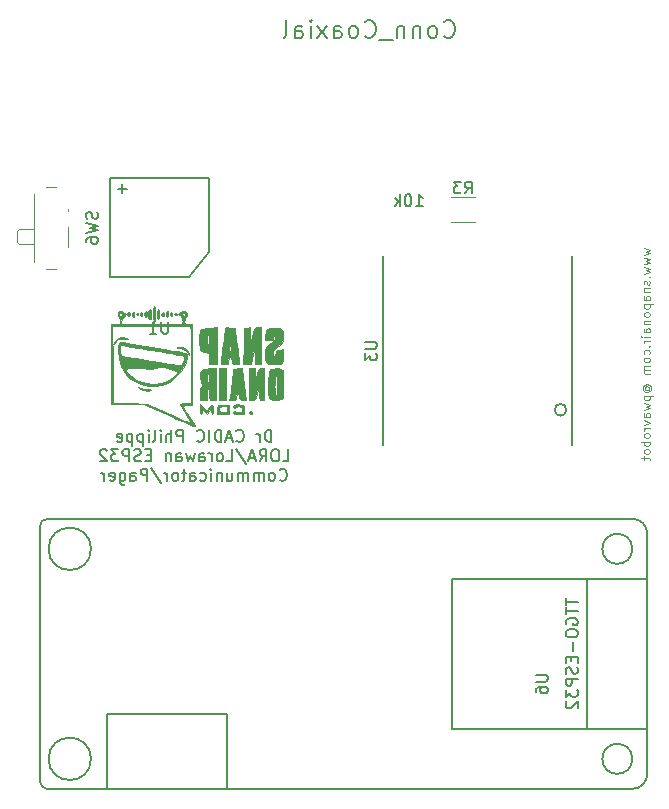
<source format=gbr>
G04 #@! TF.FileFunction,Legend,Bot*
%FSLAX46Y46*%
G04 Gerber Fmt 4.6, Leading zero omitted, Abs format (unit mm)*
G04 Created by KiCad (PCBNEW 4.0.4-stable) date 04/18/19 20:28:09*
%MOMM*%
%LPD*%
G01*
G04 APERTURE LIST*
%ADD10C,0.100000*%
%ADD11C,0.150000*%
%ADD12C,0.120000*%
%ADD13C,0.010000*%
G04 APERTURE END LIST*
D10*
X149953286Y-44157431D02*
X150453286Y-44300288D01*
X150096143Y-44443145D01*
X150453286Y-44586002D01*
X149953286Y-44728859D01*
X149953286Y-44943145D02*
X150453286Y-45086002D01*
X150096143Y-45228859D01*
X150453286Y-45371716D01*
X149953286Y-45514573D01*
X149953286Y-45728859D02*
X150453286Y-45871716D01*
X150096143Y-46014573D01*
X150453286Y-46157430D01*
X149953286Y-46300287D01*
X150381857Y-46586001D02*
X150417571Y-46621716D01*
X150453286Y-46586001D01*
X150417571Y-46550287D01*
X150381857Y-46586001D01*
X150453286Y-46586001D01*
X150417571Y-46907430D02*
X150453286Y-46978859D01*
X150453286Y-47121716D01*
X150417571Y-47193144D01*
X150346143Y-47228859D01*
X150310429Y-47228859D01*
X150239000Y-47193144D01*
X150203286Y-47121716D01*
X150203286Y-47014573D01*
X150167571Y-46943144D01*
X150096143Y-46907430D01*
X150060429Y-46907430D01*
X149989000Y-46943144D01*
X149953286Y-47014573D01*
X149953286Y-47121716D01*
X149989000Y-47193144D01*
X149953286Y-47550287D02*
X150453286Y-47550287D01*
X150024714Y-47550287D02*
X149989000Y-47586002D01*
X149953286Y-47657430D01*
X149953286Y-47764573D01*
X149989000Y-47836002D01*
X150060429Y-47871716D01*
X150453286Y-47871716D01*
X150453286Y-48550287D02*
X150060429Y-48550287D01*
X149989000Y-48514573D01*
X149953286Y-48443144D01*
X149953286Y-48300287D01*
X149989000Y-48228858D01*
X150417571Y-48550287D02*
X150453286Y-48478858D01*
X150453286Y-48300287D01*
X150417571Y-48228858D01*
X150346143Y-48193144D01*
X150274714Y-48193144D01*
X150203286Y-48228858D01*
X150167571Y-48300287D01*
X150167571Y-48478858D01*
X150131857Y-48550287D01*
X149953286Y-48907429D02*
X150703286Y-48907429D01*
X149989000Y-48907429D02*
X149953286Y-48978858D01*
X149953286Y-49121715D01*
X149989000Y-49193144D01*
X150024714Y-49228858D01*
X150096143Y-49264572D01*
X150310429Y-49264572D01*
X150381857Y-49228858D01*
X150417571Y-49193144D01*
X150453286Y-49121715D01*
X150453286Y-48978858D01*
X150417571Y-48907429D01*
X150453286Y-49693143D02*
X150417571Y-49621715D01*
X150381857Y-49586000D01*
X150310429Y-49550286D01*
X150096143Y-49550286D01*
X150024714Y-49586000D01*
X149989000Y-49621715D01*
X149953286Y-49693143D01*
X149953286Y-49800286D01*
X149989000Y-49871715D01*
X150024714Y-49907429D01*
X150096143Y-49943143D01*
X150310429Y-49943143D01*
X150381857Y-49907429D01*
X150417571Y-49871715D01*
X150453286Y-49800286D01*
X150453286Y-49693143D01*
X149953286Y-50264571D02*
X150453286Y-50264571D01*
X150024714Y-50264571D02*
X149989000Y-50300286D01*
X149953286Y-50371714D01*
X149953286Y-50478857D01*
X149989000Y-50550286D01*
X150060429Y-50586000D01*
X150453286Y-50586000D01*
X150453286Y-51264571D02*
X150060429Y-51264571D01*
X149989000Y-51228857D01*
X149953286Y-51157428D01*
X149953286Y-51014571D01*
X149989000Y-50943142D01*
X150417571Y-51264571D02*
X150453286Y-51193142D01*
X150453286Y-51014571D01*
X150417571Y-50943142D01*
X150346143Y-50907428D01*
X150274714Y-50907428D01*
X150203286Y-50943142D01*
X150167571Y-51014571D01*
X150167571Y-51193142D01*
X150131857Y-51264571D01*
X150453286Y-51621713D02*
X149953286Y-51621713D01*
X149703286Y-51621713D02*
X149739000Y-51585999D01*
X149774714Y-51621713D01*
X149739000Y-51657428D01*
X149703286Y-51621713D01*
X149774714Y-51621713D01*
X150453286Y-51978856D02*
X149953286Y-51978856D01*
X150096143Y-51978856D02*
X150024714Y-52014571D01*
X149989000Y-52050285D01*
X149953286Y-52121714D01*
X149953286Y-52193142D01*
X150381857Y-52443142D02*
X150417571Y-52478857D01*
X150453286Y-52443142D01*
X150417571Y-52407428D01*
X150381857Y-52443142D01*
X150453286Y-52443142D01*
X150417571Y-53121714D02*
X150453286Y-53050285D01*
X150453286Y-52907428D01*
X150417571Y-52836000D01*
X150381857Y-52800285D01*
X150310429Y-52764571D01*
X150096143Y-52764571D01*
X150024714Y-52800285D01*
X149989000Y-52836000D01*
X149953286Y-52907428D01*
X149953286Y-53050285D01*
X149989000Y-53121714D01*
X150453286Y-53550285D02*
X150417571Y-53478857D01*
X150381857Y-53443142D01*
X150310429Y-53407428D01*
X150096143Y-53407428D01*
X150024714Y-53443142D01*
X149989000Y-53478857D01*
X149953286Y-53550285D01*
X149953286Y-53657428D01*
X149989000Y-53728857D01*
X150024714Y-53764571D01*
X150096143Y-53800285D01*
X150310429Y-53800285D01*
X150381857Y-53764571D01*
X150417571Y-53728857D01*
X150453286Y-53657428D01*
X150453286Y-53550285D01*
X150453286Y-54121713D02*
X149953286Y-54121713D01*
X150024714Y-54121713D02*
X149989000Y-54157428D01*
X149953286Y-54228856D01*
X149953286Y-54335999D01*
X149989000Y-54407428D01*
X150060429Y-54443142D01*
X150453286Y-54443142D01*
X150060429Y-54443142D02*
X149989000Y-54478856D01*
X149953286Y-54550285D01*
X149953286Y-54657428D01*
X149989000Y-54728856D01*
X150060429Y-54764571D01*
X150453286Y-54764571D01*
X150096143Y-56157428D02*
X150060429Y-56121714D01*
X150024714Y-56050285D01*
X150024714Y-55978857D01*
X150060429Y-55907428D01*
X150096143Y-55871714D01*
X150167571Y-55836000D01*
X150239000Y-55836000D01*
X150310429Y-55871714D01*
X150346143Y-55907428D01*
X150381857Y-55978857D01*
X150381857Y-56050285D01*
X150346143Y-56121714D01*
X150310429Y-56157428D01*
X150024714Y-56157428D02*
X150310429Y-56157428D01*
X150346143Y-56193142D01*
X150346143Y-56228857D01*
X150310429Y-56300285D01*
X150239000Y-56336000D01*
X150060429Y-56336000D01*
X149953286Y-56264571D01*
X149881857Y-56157428D01*
X149846143Y-56014571D01*
X149881857Y-55871714D01*
X149953286Y-55764571D01*
X150060429Y-55693142D01*
X150203286Y-55657428D01*
X150346143Y-55693142D01*
X150453286Y-55764571D01*
X150524714Y-55871714D01*
X150560429Y-56014571D01*
X150524714Y-56157428D01*
X150453286Y-56264571D01*
X149953286Y-56657428D02*
X150703286Y-56657428D01*
X149989000Y-56657428D02*
X149953286Y-56728857D01*
X149953286Y-56871714D01*
X149989000Y-56943143D01*
X150024714Y-56978857D01*
X150096143Y-57014571D01*
X150310429Y-57014571D01*
X150381857Y-56978857D01*
X150417571Y-56943143D01*
X150453286Y-56871714D01*
X150453286Y-56728857D01*
X150417571Y-56657428D01*
X149953286Y-57264571D02*
X150453286Y-57407428D01*
X150096143Y-57550285D01*
X150453286Y-57693142D01*
X149953286Y-57835999D01*
X150453286Y-58443142D02*
X150060429Y-58443142D01*
X149989000Y-58407428D01*
X149953286Y-58335999D01*
X149953286Y-58193142D01*
X149989000Y-58121713D01*
X150417571Y-58443142D02*
X150453286Y-58371713D01*
X150453286Y-58193142D01*
X150417571Y-58121713D01*
X150346143Y-58085999D01*
X150274714Y-58085999D01*
X150203286Y-58121713D01*
X150167571Y-58193142D01*
X150167571Y-58371713D01*
X150131857Y-58443142D01*
X149953286Y-58728856D02*
X150453286Y-58907427D01*
X149953286Y-59085999D01*
X150453286Y-59371713D02*
X149953286Y-59371713D01*
X150096143Y-59371713D02*
X150024714Y-59407428D01*
X149989000Y-59443142D01*
X149953286Y-59514571D01*
X149953286Y-59585999D01*
X150453286Y-59943142D02*
X150417571Y-59871714D01*
X150381857Y-59835999D01*
X150310429Y-59800285D01*
X150096143Y-59800285D01*
X150024714Y-59835999D01*
X149989000Y-59871714D01*
X149953286Y-59943142D01*
X149953286Y-60050285D01*
X149989000Y-60121714D01*
X150024714Y-60157428D01*
X150096143Y-60193142D01*
X150310429Y-60193142D01*
X150381857Y-60157428D01*
X150417571Y-60121714D01*
X150453286Y-60050285D01*
X150453286Y-59943142D01*
X150453286Y-60514570D02*
X149703286Y-60514570D01*
X149989000Y-60514570D02*
X149953286Y-60585999D01*
X149953286Y-60728856D01*
X149989000Y-60800285D01*
X150024714Y-60835999D01*
X150096143Y-60871713D01*
X150310429Y-60871713D01*
X150381857Y-60835999D01*
X150417571Y-60800285D01*
X150453286Y-60728856D01*
X150453286Y-60585999D01*
X150417571Y-60514570D01*
X150453286Y-61300284D02*
X150417571Y-61228856D01*
X150381857Y-61193141D01*
X150310429Y-61157427D01*
X150096143Y-61157427D01*
X150024714Y-61193141D01*
X149989000Y-61228856D01*
X149953286Y-61300284D01*
X149953286Y-61407427D01*
X149989000Y-61478856D01*
X150024714Y-61514570D01*
X150096143Y-61550284D01*
X150310429Y-61550284D01*
X150381857Y-61514570D01*
X150417571Y-61478856D01*
X150453286Y-61407427D01*
X150453286Y-61300284D01*
X149953286Y-61764570D02*
X149953286Y-62050284D01*
X149703286Y-61871712D02*
X150346143Y-61871712D01*
X150417571Y-61907427D01*
X150453286Y-61978855D01*
X150453286Y-62050284D01*
D11*
X118410810Y-60524381D02*
X118410810Y-59524381D01*
X118172715Y-59524381D01*
X118029857Y-59572000D01*
X117934619Y-59667238D01*
X117887000Y-59762476D01*
X117839381Y-59952952D01*
X117839381Y-60095810D01*
X117887000Y-60286286D01*
X117934619Y-60381524D01*
X118029857Y-60476762D01*
X118172715Y-60524381D01*
X118410810Y-60524381D01*
X117410810Y-60524381D02*
X117410810Y-59857714D01*
X117410810Y-60048190D02*
X117363191Y-59952952D01*
X117315572Y-59905333D01*
X117220334Y-59857714D01*
X117125095Y-59857714D01*
X115458428Y-60429143D02*
X115506047Y-60476762D01*
X115648904Y-60524381D01*
X115744142Y-60524381D01*
X115887000Y-60476762D01*
X115982238Y-60381524D01*
X116029857Y-60286286D01*
X116077476Y-60095810D01*
X116077476Y-59952952D01*
X116029857Y-59762476D01*
X115982238Y-59667238D01*
X115887000Y-59572000D01*
X115744142Y-59524381D01*
X115648904Y-59524381D01*
X115506047Y-59572000D01*
X115458428Y-59619619D01*
X115077476Y-60238667D02*
X114601285Y-60238667D01*
X115172714Y-60524381D02*
X114839381Y-59524381D01*
X114506047Y-60524381D01*
X114172714Y-60524381D02*
X114172714Y-59524381D01*
X113934619Y-59524381D01*
X113791761Y-59572000D01*
X113696523Y-59667238D01*
X113648904Y-59762476D01*
X113601285Y-59952952D01*
X113601285Y-60095810D01*
X113648904Y-60286286D01*
X113696523Y-60381524D01*
X113791761Y-60476762D01*
X113934619Y-60524381D01*
X114172714Y-60524381D01*
X113172714Y-60524381D02*
X113172714Y-59524381D01*
X112125095Y-60429143D02*
X112172714Y-60476762D01*
X112315571Y-60524381D01*
X112410809Y-60524381D01*
X112553667Y-60476762D01*
X112648905Y-60381524D01*
X112696524Y-60286286D01*
X112744143Y-60095810D01*
X112744143Y-59952952D01*
X112696524Y-59762476D01*
X112648905Y-59667238D01*
X112553667Y-59572000D01*
X112410809Y-59524381D01*
X112315571Y-59524381D01*
X112172714Y-59572000D01*
X112125095Y-59619619D01*
X110934619Y-60524381D02*
X110934619Y-59524381D01*
X110553666Y-59524381D01*
X110458428Y-59572000D01*
X110410809Y-59619619D01*
X110363190Y-59714857D01*
X110363190Y-59857714D01*
X110410809Y-59952952D01*
X110458428Y-60000571D01*
X110553666Y-60048190D01*
X110934619Y-60048190D01*
X109934619Y-60524381D02*
X109934619Y-59524381D01*
X109506047Y-60524381D02*
X109506047Y-60000571D01*
X109553666Y-59905333D01*
X109648904Y-59857714D01*
X109791762Y-59857714D01*
X109887000Y-59905333D01*
X109934619Y-59952952D01*
X109029857Y-60524381D02*
X109029857Y-59857714D01*
X109029857Y-59524381D02*
X109077476Y-59572000D01*
X109029857Y-59619619D01*
X108982238Y-59572000D01*
X109029857Y-59524381D01*
X109029857Y-59619619D01*
X108410810Y-60524381D02*
X108506048Y-60476762D01*
X108553667Y-60381524D01*
X108553667Y-59524381D01*
X108029857Y-60524381D02*
X108029857Y-59857714D01*
X108029857Y-59524381D02*
X108077476Y-59572000D01*
X108029857Y-59619619D01*
X107982238Y-59572000D01*
X108029857Y-59524381D01*
X108029857Y-59619619D01*
X107553667Y-59857714D02*
X107553667Y-60857714D01*
X107553667Y-59905333D02*
X107458429Y-59857714D01*
X107267952Y-59857714D01*
X107172714Y-59905333D01*
X107125095Y-59952952D01*
X107077476Y-60048190D01*
X107077476Y-60333905D01*
X107125095Y-60429143D01*
X107172714Y-60476762D01*
X107267952Y-60524381D01*
X107458429Y-60524381D01*
X107553667Y-60476762D01*
X106648905Y-59857714D02*
X106648905Y-60857714D01*
X106648905Y-59905333D02*
X106553667Y-59857714D01*
X106363190Y-59857714D01*
X106267952Y-59905333D01*
X106220333Y-59952952D01*
X106172714Y-60048190D01*
X106172714Y-60333905D01*
X106220333Y-60429143D01*
X106267952Y-60476762D01*
X106363190Y-60524381D01*
X106553667Y-60524381D01*
X106648905Y-60476762D01*
X105363190Y-60476762D02*
X105458428Y-60524381D01*
X105648905Y-60524381D01*
X105744143Y-60476762D01*
X105791762Y-60381524D01*
X105791762Y-60000571D01*
X105744143Y-59905333D01*
X105648905Y-59857714D01*
X105458428Y-59857714D01*
X105363190Y-59905333D01*
X105315571Y-60000571D01*
X105315571Y-60095810D01*
X105791762Y-60191048D01*
X119363191Y-62174381D02*
X119839382Y-62174381D01*
X119839382Y-61174381D01*
X118839382Y-61174381D02*
X118648905Y-61174381D01*
X118553667Y-61222000D01*
X118458429Y-61317238D01*
X118410810Y-61507714D01*
X118410810Y-61841048D01*
X118458429Y-62031524D01*
X118553667Y-62126762D01*
X118648905Y-62174381D01*
X118839382Y-62174381D01*
X118934620Y-62126762D01*
X119029858Y-62031524D01*
X119077477Y-61841048D01*
X119077477Y-61507714D01*
X119029858Y-61317238D01*
X118934620Y-61222000D01*
X118839382Y-61174381D01*
X117410810Y-62174381D02*
X117744144Y-61698190D01*
X117982239Y-62174381D02*
X117982239Y-61174381D01*
X117601286Y-61174381D01*
X117506048Y-61222000D01*
X117458429Y-61269619D01*
X117410810Y-61364857D01*
X117410810Y-61507714D01*
X117458429Y-61602952D01*
X117506048Y-61650571D01*
X117601286Y-61698190D01*
X117982239Y-61698190D01*
X117029858Y-61888667D02*
X116553667Y-61888667D01*
X117125096Y-62174381D02*
X116791763Y-61174381D01*
X116458429Y-62174381D01*
X115410810Y-61126762D02*
X116267953Y-62412476D01*
X114601286Y-62174381D02*
X115077477Y-62174381D01*
X115077477Y-61174381D01*
X114125096Y-62174381D02*
X114220334Y-62126762D01*
X114267953Y-62079143D01*
X114315572Y-61983905D01*
X114315572Y-61698190D01*
X114267953Y-61602952D01*
X114220334Y-61555333D01*
X114125096Y-61507714D01*
X113982238Y-61507714D01*
X113887000Y-61555333D01*
X113839381Y-61602952D01*
X113791762Y-61698190D01*
X113791762Y-61983905D01*
X113839381Y-62079143D01*
X113887000Y-62126762D01*
X113982238Y-62174381D01*
X114125096Y-62174381D01*
X113363191Y-62174381D02*
X113363191Y-61507714D01*
X113363191Y-61698190D02*
X113315572Y-61602952D01*
X113267953Y-61555333D01*
X113172715Y-61507714D01*
X113077476Y-61507714D01*
X112315571Y-62174381D02*
X112315571Y-61650571D01*
X112363190Y-61555333D01*
X112458428Y-61507714D01*
X112648905Y-61507714D01*
X112744143Y-61555333D01*
X112315571Y-62126762D02*
X112410809Y-62174381D01*
X112648905Y-62174381D01*
X112744143Y-62126762D01*
X112791762Y-62031524D01*
X112791762Y-61936286D01*
X112744143Y-61841048D01*
X112648905Y-61793429D01*
X112410809Y-61793429D01*
X112315571Y-61745810D01*
X111934619Y-61507714D02*
X111744143Y-62174381D01*
X111553666Y-61698190D01*
X111363190Y-62174381D01*
X111172714Y-61507714D01*
X110363190Y-62174381D02*
X110363190Y-61650571D01*
X110410809Y-61555333D01*
X110506047Y-61507714D01*
X110696524Y-61507714D01*
X110791762Y-61555333D01*
X110363190Y-62126762D02*
X110458428Y-62174381D01*
X110696524Y-62174381D01*
X110791762Y-62126762D01*
X110839381Y-62031524D01*
X110839381Y-61936286D01*
X110791762Y-61841048D01*
X110696524Y-61793429D01*
X110458428Y-61793429D01*
X110363190Y-61745810D01*
X109887000Y-61507714D02*
X109887000Y-62174381D01*
X109887000Y-61602952D02*
X109839381Y-61555333D01*
X109744143Y-61507714D01*
X109601285Y-61507714D01*
X109506047Y-61555333D01*
X109458428Y-61650571D01*
X109458428Y-62174381D01*
X108220333Y-61650571D02*
X107886999Y-61650571D01*
X107744142Y-62174381D02*
X108220333Y-62174381D01*
X108220333Y-61174381D01*
X107744142Y-61174381D01*
X107363190Y-62126762D02*
X107220333Y-62174381D01*
X106982237Y-62174381D01*
X106886999Y-62126762D01*
X106839380Y-62079143D01*
X106791761Y-61983905D01*
X106791761Y-61888667D01*
X106839380Y-61793429D01*
X106886999Y-61745810D01*
X106982237Y-61698190D01*
X107172714Y-61650571D01*
X107267952Y-61602952D01*
X107315571Y-61555333D01*
X107363190Y-61460095D01*
X107363190Y-61364857D01*
X107315571Y-61269619D01*
X107267952Y-61222000D01*
X107172714Y-61174381D01*
X106934618Y-61174381D01*
X106791761Y-61222000D01*
X106363190Y-62174381D02*
X106363190Y-61174381D01*
X105982237Y-61174381D01*
X105886999Y-61222000D01*
X105839380Y-61269619D01*
X105791761Y-61364857D01*
X105791761Y-61507714D01*
X105839380Y-61602952D01*
X105886999Y-61650571D01*
X105982237Y-61698190D01*
X106363190Y-61698190D01*
X105458428Y-61174381D02*
X104839380Y-61174381D01*
X105172714Y-61555333D01*
X105029856Y-61555333D01*
X104934618Y-61602952D01*
X104886999Y-61650571D01*
X104839380Y-61745810D01*
X104839380Y-61983905D01*
X104886999Y-62079143D01*
X104934618Y-62126762D01*
X105029856Y-62174381D01*
X105315571Y-62174381D01*
X105410809Y-62126762D01*
X105458428Y-62079143D01*
X104458428Y-61269619D02*
X104410809Y-61222000D01*
X104315571Y-61174381D01*
X104077475Y-61174381D01*
X103982237Y-61222000D01*
X103934618Y-61269619D01*
X103886999Y-61364857D01*
X103886999Y-61460095D01*
X103934618Y-61602952D01*
X104506047Y-62174381D01*
X103886999Y-62174381D01*
X119101286Y-63729143D02*
X119148905Y-63776762D01*
X119291762Y-63824381D01*
X119387000Y-63824381D01*
X119529858Y-63776762D01*
X119625096Y-63681524D01*
X119672715Y-63586286D01*
X119720334Y-63395810D01*
X119720334Y-63252952D01*
X119672715Y-63062476D01*
X119625096Y-62967238D01*
X119529858Y-62872000D01*
X119387000Y-62824381D01*
X119291762Y-62824381D01*
X119148905Y-62872000D01*
X119101286Y-62919619D01*
X118529858Y-63824381D02*
X118625096Y-63776762D01*
X118672715Y-63729143D01*
X118720334Y-63633905D01*
X118720334Y-63348190D01*
X118672715Y-63252952D01*
X118625096Y-63205333D01*
X118529858Y-63157714D01*
X118387000Y-63157714D01*
X118291762Y-63205333D01*
X118244143Y-63252952D01*
X118196524Y-63348190D01*
X118196524Y-63633905D01*
X118244143Y-63729143D01*
X118291762Y-63776762D01*
X118387000Y-63824381D01*
X118529858Y-63824381D01*
X117767953Y-63824381D02*
X117767953Y-63157714D01*
X117767953Y-63252952D02*
X117720334Y-63205333D01*
X117625096Y-63157714D01*
X117482238Y-63157714D01*
X117387000Y-63205333D01*
X117339381Y-63300571D01*
X117339381Y-63824381D01*
X117339381Y-63300571D02*
X117291762Y-63205333D01*
X117196524Y-63157714D01*
X117053667Y-63157714D01*
X116958429Y-63205333D01*
X116910810Y-63300571D01*
X116910810Y-63824381D01*
X116434620Y-63824381D02*
X116434620Y-63157714D01*
X116434620Y-63252952D02*
X116387001Y-63205333D01*
X116291763Y-63157714D01*
X116148905Y-63157714D01*
X116053667Y-63205333D01*
X116006048Y-63300571D01*
X116006048Y-63824381D01*
X116006048Y-63300571D02*
X115958429Y-63205333D01*
X115863191Y-63157714D01*
X115720334Y-63157714D01*
X115625096Y-63205333D01*
X115577477Y-63300571D01*
X115577477Y-63824381D01*
X114672715Y-63157714D02*
X114672715Y-63824381D01*
X115101287Y-63157714D02*
X115101287Y-63681524D01*
X115053668Y-63776762D01*
X114958430Y-63824381D01*
X114815572Y-63824381D01*
X114720334Y-63776762D01*
X114672715Y-63729143D01*
X114196525Y-63157714D02*
X114196525Y-63824381D01*
X114196525Y-63252952D02*
X114148906Y-63205333D01*
X114053668Y-63157714D01*
X113910810Y-63157714D01*
X113815572Y-63205333D01*
X113767953Y-63300571D01*
X113767953Y-63824381D01*
X113291763Y-63824381D02*
X113291763Y-63157714D01*
X113291763Y-62824381D02*
X113339382Y-62872000D01*
X113291763Y-62919619D01*
X113244144Y-62872000D01*
X113291763Y-62824381D01*
X113291763Y-62919619D01*
X112387001Y-63776762D02*
X112482239Y-63824381D01*
X112672716Y-63824381D01*
X112767954Y-63776762D01*
X112815573Y-63729143D01*
X112863192Y-63633905D01*
X112863192Y-63348190D01*
X112815573Y-63252952D01*
X112767954Y-63205333D01*
X112672716Y-63157714D01*
X112482239Y-63157714D01*
X112387001Y-63205333D01*
X111529858Y-63824381D02*
X111529858Y-63300571D01*
X111577477Y-63205333D01*
X111672715Y-63157714D01*
X111863192Y-63157714D01*
X111958430Y-63205333D01*
X111529858Y-63776762D02*
X111625096Y-63824381D01*
X111863192Y-63824381D01*
X111958430Y-63776762D01*
X112006049Y-63681524D01*
X112006049Y-63586286D01*
X111958430Y-63491048D01*
X111863192Y-63443429D01*
X111625096Y-63443429D01*
X111529858Y-63395810D01*
X111196525Y-63157714D02*
X110815573Y-63157714D01*
X111053668Y-62824381D02*
X111053668Y-63681524D01*
X111006049Y-63776762D01*
X110910811Y-63824381D01*
X110815573Y-63824381D01*
X110339382Y-63824381D02*
X110434620Y-63776762D01*
X110482239Y-63729143D01*
X110529858Y-63633905D01*
X110529858Y-63348190D01*
X110482239Y-63252952D01*
X110434620Y-63205333D01*
X110339382Y-63157714D01*
X110196524Y-63157714D01*
X110101286Y-63205333D01*
X110053667Y-63252952D01*
X110006048Y-63348190D01*
X110006048Y-63633905D01*
X110053667Y-63729143D01*
X110101286Y-63776762D01*
X110196524Y-63824381D01*
X110339382Y-63824381D01*
X109577477Y-63824381D02*
X109577477Y-63157714D01*
X109577477Y-63348190D02*
X109529858Y-63252952D01*
X109482239Y-63205333D01*
X109387001Y-63157714D01*
X109291762Y-63157714D01*
X108244143Y-62776762D02*
X109101286Y-64062476D01*
X107910810Y-63824381D02*
X107910810Y-62824381D01*
X107529857Y-62824381D01*
X107434619Y-62872000D01*
X107387000Y-62919619D01*
X107339381Y-63014857D01*
X107339381Y-63157714D01*
X107387000Y-63252952D01*
X107434619Y-63300571D01*
X107529857Y-63348190D01*
X107910810Y-63348190D01*
X106482238Y-63824381D02*
X106482238Y-63300571D01*
X106529857Y-63205333D01*
X106625095Y-63157714D01*
X106815572Y-63157714D01*
X106910810Y-63205333D01*
X106482238Y-63776762D02*
X106577476Y-63824381D01*
X106815572Y-63824381D01*
X106910810Y-63776762D01*
X106958429Y-63681524D01*
X106958429Y-63586286D01*
X106910810Y-63491048D01*
X106815572Y-63443429D01*
X106577476Y-63443429D01*
X106482238Y-63395810D01*
X105577476Y-63157714D02*
X105577476Y-63967238D01*
X105625095Y-64062476D01*
X105672714Y-64110095D01*
X105767953Y-64157714D01*
X105910810Y-64157714D01*
X106006048Y-64110095D01*
X105577476Y-63776762D02*
X105672714Y-63824381D01*
X105863191Y-63824381D01*
X105958429Y-63776762D01*
X106006048Y-63729143D01*
X106053667Y-63633905D01*
X106053667Y-63348190D01*
X106006048Y-63252952D01*
X105958429Y-63205333D01*
X105863191Y-63157714D01*
X105672714Y-63157714D01*
X105577476Y-63205333D01*
X104720333Y-63776762D02*
X104815571Y-63824381D01*
X105006048Y-63824381D01*
X105101286Y-63776762D01*
X105148905Y-63681524D01*
X105148905Y-63300571D01*
X105101286Y-63205333D01*
X105006048Y-63157714D01*
X104815571Y-63157714D01*
X104720333Y-63205333D01*
X104672714Y-63300571D01*
X104672714Y-63395810D01*
X105148905Y-63491048D01*
X104244143Y-63824381D02*
X104244143Y-63157714D01*
X104244143Y-63348190D02*
X104196524Y-63252952D01*
X104148905Y-63205333D01*
X104053667Y-63157714D01*
X103958428Y-63157714D01*
X143390000Y-57824000D02*
G75*
G03X143390000Y-57824000I-500000J0D01*
G01*
X127890000Y-60832000D02*
X127890000Y-44832000D01*
X143890000Y-60832000D02*
X143890000Y-44832000D01*
D12*
X101196000Y-41018000D02*
X101196000Y-40818000D01*
X97056000Y-43818000D02*
X96846000Y-43618000D01*
X97056000Y-42518000D02*
X96846000Y-42718000D01*
X98346000Y-43818000D02*
X97056000Y-43818000D01*
X96846000Y-43618000D02*
X96846000Y-42718000D01*
X97056000Y-42518000D02*
X98346000Y-42518000D01*
X98346000Y-45268000D02*
X98346000Y-39568000D01*
X101196000Y-44018000D02*
X101196000Y-42318000D01*
X100146000Y-45868000D02*
X99356000Y-45868000D01*
X99356000Y-38968000D02*
X100146000Y-38968000D01*
D11*
X99441000Y-89916000D02*
G75*
G02X98806000Y-89281000I0J635000D01*
G01*
X98806000Y-67691000D02*
G75*
G02X99441000Y-67056000I635000J0D01*
G01*
X98806000Y-89281000D02*
X98806000Y-67691000D01*
X114681000Y-89916000D02*
X114681000Y-83566000D01*
X114681000Y-83566000D02*
X104521000Y-83566000D01*
X104521000Y-83566000D02*
X104521000Y-89916000D01*
X145161000Y-84836000D02*
X133731000Y-84836000D01*
X133731000Y-84836000D02*
X133731000Y-72136000D01*
X133731000Y-72136000D02*
X145161000Y-72136000D01*
X150241000Y-84836000D02*
X145161000Y-84836000D01*
X145161000Y-84836000D02*
X145161000Y-72136000D01*
X145161000Y-72136000D02*
X150241000Y-72136000D01*
X103142051Y-69596000D02*
G75*
G03X103142051Y-69596000I-1796051J0D01*
G01*
X103142051Y-87376000D02*
G75*
G03X103142051Y-87376000I-1796051J0D01*
G01*
X148971000Y-87376000D02*
G75*
G03X148971000Y-87376000I-1270000J0D01*
G01*
X148971000Y-69596000D02*
G75*
G03X148971000Y-69596000I-1270000J0D01*
G01*
X148971000Y-67056000D02*
G75*
G02X150241000Y-68326000I0J-1270000D01*
G01*
X150241000Y-88646000D02*
G75*
G02X148971000Y-89916000I-1270000J0D01*
G01*
X150241000Y-88646000D02*
X150241000Y-68326000D01*
X148971000Y-89916000D02*
X99441000Y-89916000D01*
X99441000Y-67056000D02*
X148971000Y-67056000D01*
X104766000Y-46618000D02*
X111416000Y-46618000D01*
X113166000Y-38218000D02*
X113166000Y-44468000D01*
X113166000Y-44468000D02*
X111416000Y-46618000D01*
X104766000Y-38218000D02*
X113166000Y-38218000D01*
X104766000Y-46618000D02*
X104766000Y-42418000D01*
X104766000Y-42418000D02*
X104766000Y-38218000D01*
D12*
X133620000Y-41964000D02*
X135620000Y-41964000D01*
X135620000Y-39824000D02*
X133620000Y-39824000D01*
D13*
G36*
X105547379Y-49482592D02*
X105529138Y-49491874D01*
X105391806Y-49644277D01*
X105387556Y-49840864D01*
X105494666Y-49995667D01*
X105588605Y-50153738D01*
X105621666Y-50344700D01*
X105609683Y-50494587D01*
X105543151Y-50565584D01*
X105376195Y-50587027D01*
X105240666Y-50588333D01*
X104859666Y-50588333D01*
X104859666Y-57361667D01*
X107575906Y-57361667D01*
X109720442Y-58293000D01*
X110370223Y-58574917D01*
X110881385Y-58795614D01*
X111270516Y-58961574D01*
X111554205Y-59079281D01*
X111749043Y-59155219D01*
X111871617Y-59195874D01*
X111938518Y-59207729D01*
X111966333Y-59197268D01*
X111971666Y-59172942D01*
X111926021Y-59087038D01*
X111868861Y-58997403D01*
X111717666Y-58997403D01*
X111643858Y-58975311D01*
X111436244Y-58892735D01*
X111115540Y-58758447D01*
X110702463Y-58581222D01*
X110217729Y-58369832D01*
X109791500Y-58181675D01*
X107865333Y-57327008D01*
X106426000Y-57280837D01*
X104986666Y-57234667D01*
X104964494Y-53996167D01*
X104942321Y-50757667D01*
X111525317Y-50757667D01*
X111579158Y-51150484D01*
X111592074Y-51328641D01*
X111603878Y-51652930D01*
X111614187Y-52100151D01*
X111622617Y-52647103D01*
X111628786Y-53270586D01*
X111632309Y-53947400D01*
X111633000Y-54410150D01*
X111633000Y-57277000D01*
X111181444Y-57277000D01*
X110918432Y-57286445D01*
X110730371Y-57310679D01*
X110675520Y-57331368D01*
X110699273Y-57417992D01*
X110804867Y-57612118D01*
X110974869Y-57884069D01*
X111169409Y-58172100D01*
X111387566Y-58488236D01*
X111564559Y-58750876D01*
X111680906Y-58930695D01*
X111717666Y-58997403D01*
X111868861Y-58997403D01*
X111802094Y-58892705D01*
X111619398Y-58619756D01*
X111421333Y-58332210D01*
X111202555Y-58014417D01*
X111024993Y-57748877D01*
X110908143Y-57565263D01*
X110871000Y-57494601D01*
X110947195Y-57467059D01*
X111142000Y-57449584D01*
X111294333Y-57446333D01*
X111717666Y-57446333D01*
X111717666Y-50588333D01*
X111379000Y-50588333D01*
X111162164Y-50579362D01*
X111065800Y-50523970D01*
X111041090Y-50379441D01*
X111040333Y-50292000D01*
X111059331Y-50096100D01*
X111106041Y-49998214D01*
X111115941Y-49995666D01*
X111211515Y-49924982D01*
X111259803Y-49766470D01*
X111256900Y-49741667D01*
X111125000Y-49741667D01*
X111082148Y-49880627D01*
X110976833Y-49894882D01*
X110850874Y-49811396D01*
X110828666Y-49741667D01*
X110899051Y-49622118D01*
X110976833Y-49588451D01*
X111096845Y-49617903D01*
X111125000Y-49741667D01*
X111256900Y-49741667D01*
X111242796Y-49621213D01*
X111114487Y-49473539D01*
X110919832Y-49464090D01*
X110739826Y-49560490D01*
X110539027Y-49718438D01*
X110732556Y-49900249D01*
X110877884Y-50108575D01*
X110888933Y-50335197D01*
X110851781Y-50588333D01*
X105706333Y-50588333D01*
X105706333Y-50360957D01*
X105763726Y-50137475D01*
X105896833Y-49930431D01*
X106044696Y-49772749D01*
X105852125Y-49772749D01*
X105834995Y-49823644D01*
X105711277Y-49894022D01*
X105558332Y-49861369D01*
X105473475Y-49762878D01*
X105503360Y-49653242D01*
X105626383Y-49593051D01*
X105767716Y-49610299D01*
X105806247Y-49638380D01*
X105852125Y-49772749D01*
X106044696Y-49772749D01*
X106087333Y-49727282D01*
X105888971Y-49566370D01*
X105706832Y-49460085D01*
X105547379Y-49482592D01*
X105547379Y-49482592D01*
G37*
X105547379Y-49482592D02*
X105529138Y-49491874D01*
X105391806Y-49644277D01*
X105387556Y-49840864D01*
X105494666Y-49995667D01*
X105588605Y-50153738D01*
X105621666Y-50344700D01*
X105609683Y-50494587D01*
X105543151Y-50565584D01*
X105376195Y-50587027D01*
X105240666Y-50588333D01*
X104859666Y-50588333D01*
X104859666Y-57361667D01*
X107575906Y-57361667D01*
X109720442Y-58293000D01*
X110370223Y-58574917D01*
X110881385Y-58795614D01*
X111270516Y-58961574D01*
X111554205Y-59079281D01*
X111749043Y-59155219D01*
X111871617Y-59195874D01*
X111938518Y-59207729D01*
X111966333Y-59197268D01*
X111971666Y-59172942D01*
X111926021Y-59087038D01*
X111868861Y-58997403D01*
X111717666Y-58997403D01*
X111643858Y-58975311D01*
X111436244Y-58892735D01*
X111115540Y-58758447D01*
X110702463Y-58581222D01*
X110217729Y-58369832D01*
X109791500Y-58181675D01*
X107865333Y-57327008D01*
X106426000Y-57280837D01*
X104986666Y-57234667D01*
X104964494Y-53996167D01*
X104942321Y-50757667D01*
X111525317Y-50757667D01*
X111579158Y-51150484D01*
X111592074Y-51328641D01*
X111603878Y-51652930D01*
X111614187Y-52100151D01*
X111622617Y-52647103D01*
X111628786Y-53270586D01*
X111632309Y-53947400D01*
X111633000Y-54410150D01*
X111633000Y-57277000D01*
X111181444Y-57277000D01*
X110918432Y-57286445D01*
X110730371Y-57310679D01*
X110675520Y-57331368D01*
X110699273Y-57417992D01*
X110804867Y-57612118D01*
X110974869Y-57884069D01*
X111169409Y-58172100D01*
X111387566Y-58488236D01*
X111564559Y-58750876D01*
X111680906Y-58930695D01*
X111717666Y-58997403D01*
X111868861Y-58997403D01*
X111802094Y-58892705D01*
X111619398Y-58619756D01*
X111421333Y-58332210D01*
X111202555Y-58014417D01*
X111024993Y-57748877D01*
X110908143Y-57565263D01*
X110871000Y-57494601D01*
X110947195Y-57467059D01*
X111142000Y-57449584D01*
X111294333Y-57446333D01*
X111717666Y-57446333D01*
X111717666Y-50588333D01*
X111379000Y-50588333D01*
X111162164Y-50579362D01*
X111065800Y-50523970D01*
X111041090Y-50379441D01*
X111040333Y-50292000D01*
X111059331Y-50096100D01*
X111106041Y-49998214D01*
X111115941Y-49995666D01*
X111211515Y-49924982D01*
X111259803Y-49766470D01*
X111256900Y-49741667D01*
X111125000Y-49741667D01*
X111082148Y-49880627D01*
X110976833Y-49894882D01*
X110850874Y-49811396D01*
X110828666Y-49741667D01*
X110899051Y-49622118D01*
X110976833Y-49588451D01*
X111096845Y-49617903D01*
X111125000Y-49741667D01*
X111256900Y-49741667D01*
X111242796Y-49621213D01*
X111114487Y-49473539D01*
X110919832Y-49464090D01*
X110739826Y-49560490D01*
X110539027Y-49718438D01*
X110732556Y-49900249D01*
X110877884Y-50108575D01*
X110888933Y-50335197D01*
X110851781Y-50588333D01*
X105706333Y-50588333D01*
X105706333Y-50360957D01*
X105763726Y-50137475D01*
X105896833Y-49930431D01*
X106044696Y-49772749D01*
X105852125Y-49772749D01*
X105834995Y-49823644D01*
X105711277Y-49894022D01*
X105558332Y-49861369D01*
X105473475Y-49762878D01*
X105503360Y-49653242D01*
X105626383Y-49593051D01*
X105767716Y-49610299D01*
X105806247Y-49638380D01*
X105852125Y-49772749D01*
X106044696Y-49772749D01*
X106087333Y-49727282D01*
X105888971Y-49566370D01*
X105706832Y-49460085D01*
X105547379Y-49482592D01*
G36*
X116558418Y-58022106D02*
X116543666Y-58081333D01*
X116611439Y-58193582D01*
X116670666Y-58208333D01*
X116782915Y-58140560D01*
X116797666Y-58081333D01*
X116729894Y-57969085D01*
X116670666Y-57954333D01*
X116558418Y-58022106D01*
X116558418Y-58022106D01*
G37*
X116558418Y-58022106D02*
X116543666Y-58081333D01*
X116611439Y-58193582D01*
X116670666Y-58208333D01*
X116782915Y-58140560D01*
X116797666Y-58081333D01*
X116729894Y-57969085D01*
X116670666Y-57954333D01*
X116558418Y-58022106D01*
G36*
X115311022Y-57432929D02*
X115195490Y-57538425D01*
X115189000Y-57574946D01*
X115235228Y-57686579D01*
X115273666Y-57700333D01*
X115355873Y-57635904D01*
X115358333Y-57615667D01*
X115432762Y-57559704D01*
X115615777Y-57531731D01*
X115654666Y-57531000D01*
X115853761Y-57545159D01*
X115935422Y-57616979D01*
X115951000Y-57785000D01*
X115934480Y-57955653D01*
X115850690Y-58025647D01*
X115654666Y-58039000D01*
X115458818Y-58016485D01*
X115360900Y-57961120D01*
X115358333Y-57949336D01*
X115306463Y-57898770D01*
X115273666Y-57912000D01*
X115195762Y-58034502D01*
X115189000Y-58086330D01*
X115235609Y-58160469D01*
X115394826Y-58198588D01*
X115659305Y-58208333D01*
X116129611Y-58208333D01*
X116103805Y-57806167D01*
X116079237Y-57561297D01*
X116026836Y-57437874D01*
X115916667Y-57388023D01*
X115834936Y-57376222D01*
X115538405Y-57374482D01*
X115311022Y-57432929D01*
X115311022Y-57432929D01*
G37*
X115311022Y-57432929D02*
X115195490Y-57538425D01*
X115189000Y-57574946D01*
X115235228Y-57686579D01*
X115273666Y-57700333D01*
X115355873Y-57635904D01*
X115358333Y-57615667D01*
X115432762Y-57559704D01*
X115615777Y-57531731D01*
X115654666Y-57531000D01*
X115853761Y-57545159D01*
X115935422Y-57616979D01*
X115951000Y-57785000D01*
X115934480Y-57955653D01*
X115850690Y-58025647D01*
X115654666Y-58039000D01*
X115458818Y-58016485D01*
X115360900Y-57961120D01*
X115358333Y-57949336D01*
X115306463Y-57898770D01*
X115273666Y-57912000D01*
X115195762Y-58034502D01*
X115189000Y-58086330D01*
X115235609Y-58160469D01*
X115394826Y-58198588D01*
X115659305Y-58208333D01*
X116129611Y-58208333D01*
X116103805Y-57806167D01*
X116079237Y-57561297D01*
X116026836Y-57437874D01*
X115916667Y-57388023D01*
X115834936Y-57376222D01*
X115538405Y-57374482D01*
X115311022Y-57432929D01*
G36*
X113850861Y-57806167D02*
X113825055Y-58208333D01*
X114859611Y-58208333D01*
X114833805Y-57806167D01*
X114832447Y-57785000D01*
X114681000Y-57785000D01*
X114667626Y-57947867D01*
X114595154Y-58020268D01*
X114415055Y-58038599D01*
X114342333Y-58039000D01*
X114125178Y-58028970D01*
X114028643Y-57974615D01*
X114004201Y-57839541D01*
X114003666Y-57785000D01*
X114017040Y-57622133D01*
X114089513Y-57549732D01*
X114269611Y-57531401D01*
X114342333Y-57531000D01*
X114559489Y-57541030D01*
X114656024Y-57595385D01*
X114680466Y-57730458D01*
X114681000Y-57785000D01*
X114832447Y-57785000D01*
X114808000Y-57404000D01*
X113876666Y-57404000D01*
X113850861Y-57806167D01*
X113850861Y-57806167D01*
G37*
X113850861Y-57806167D02*
X113825055Y-58208333D01*
X114859611Y-58208333D01*
X114833805Y-57806167D01*
X114832447Y-57785000D01*
X114681000Y-57785000D01*
X114667626Y-57947867D01*
X114595154Y-58020268D01*
X114415055Y-58038599D01*
X114342333Y-58039000D01*
X114125178Y-58028970D01*
X114028643Y-57974615D01*
X114004201Y-57839541D01*
X114003666Y-57785000D01*
X114017040Y-57622133D01*
X114089513Y-57549732D01*
X114269611Y-57531401D01*
X114342333Y-57531000D01*
X114559489Y-57541030D01*
X114656024Y-57595385D01*
X114680466Y-57730458D01*
X114681000Y-57785000D01*
X114832447Y-57785000D01*
X114808000Y-57404000D01*
X113876666Y-57404000D01*
X113850861Y-57806167D01*
G36*
X112397482Y-57763833D02*
X112410636Y-58012143D01*
X112447086Y-58173481D01*
X112479666Y-58208333D01*
X112538112Y-58134509D01*
X112564238Y-57955555D01*
X112564333Y-57942915D01*
X112564333Y-57677497D01*
X112749127Y-57912424D01*
X112933921Y-58147352D01*
X113129706Y-57902676D01*
X113325492Y-57658000D01*
X113325913Y-57933167D01*
X113348978Y-58120464D01*
X113404596Y-58207548D01*
X113411000Y-58208333D01*
X113461772Y-58132720D01*
X113491993Y-57941674D01*
X113495666Y-57832330D01*
X113474710Y-57546499D01*
X113408203Y-57422113D01*
X113290689Y-57456098D01*
X113131019Y-57626914D01*
X112922162Y-57893784D01*
X112661063Y-57606559D01*
X112399964Y-57319333D01*
X112397482Y-57763833D01*
X112397482Y-57763833D01*
G37*
X112397482Y-57763833D02*
X112410636Y-58012143D01*
X112447086Y-58173481D01*
X112479666Y-58208333D01*
X112538112Y-58134509D01*
X112564238Y-57955555D01*
X112564333Y-57942915D01*
X112564333Y-57677497D01*
X112749127Y-57912424D01*
X112933921Y-58147352D01*
X113129706Y-57902676D01*
X113325492Y-57658000D01*
X113325913Y-57933167D01*
X113348978Y-58120464D01*
X113404596Y-58207548D01*
X113411000Y-58208333D01*
X113461772Y-58132720D01*
X113491993Y-57941674D01*
X113495666Y-57832330D01*
X113474710Y-57546499D01*
X113408203Y-57422113D01*
X113290689Y-57456098D01*
X113131019Y-57626914D01*
X112922162Y-57893784D01*
X112661063Y-57606559D01*
X112399964Y-57319333D01*
X112397482Y-57763833D01*
G36*
X118518636Y-54332527D02*
X118314660Y-54380593D01*
X118253933Y-54415267D01*
X118206030Y-54544742D01*
X118173558Y-54825803D01*
X118156010Y-55264758D01*
X118152333Y-55682288D01*
X118154188Y-56150922D01*
X118162211Y-56478472D01*
X118180094Y-56693168D01*
X118211524Y-56823241D01*
X118260192Y-56896921D01*
X118316100Y-56935354D01*
X118567881Y-57004015D01*
X118889374Y-57008882D01*
X119193420Y-56949924D01*
X119231833Y-56935695D01*
X119307601Y-56898093D01*
X119360049Y-56838017D01*
X119393460Y-56727416D01*
X119412117Y-56538240D01*
X119420302Y-56242438D01*
X119421197Y-56049424D01*
X118903678Y-56049424D01*
X118889685Y-56365455D01*
X118852573Y-56537576D01*
X118790357Y-56577957D01*
X118738993Y-56542860D01*
X118702695Y-56421936D01*
X118680474Y-56168467D01*
X118674775Y-55818840D01*
X118678269Y-55639271D01*
X118701963Y-55204729D01*
X118738425Y-54929555D01*
X118781664Y-54815450D01*
X118825684Y-54864115D01*
X118864494Y-55077251D01*
X118892099Y-55456560D01*
X118896540Y-55577315D01*
X118903678Y-56049424D01*
X119421197Y-56049424D01*
X119422299Y-55811960D01*
X119422333Y-55687995D01*
X119415287Y-55130427D01*
X119393806Y-54735151D01*
X119357373Y-54495697D01*
X119320733Y-54415267D01*
X119181793Y-54356481D01*
X118940828Y-54319796D01*
X118787333Y-54313667D01*
X118518636Y-54332527D01*
X118518636Y-54332527D01*
G37*
X118518636Y-54332527D02*
X118314660Y-54380593D01*
X118253933Y-54415267D01*
X118206030Y-54544742D01*
X118173558Y-54825803D01*
X118156010Y-55264758D01*
X118152333Y-55682288D01*
X118154188Y-56150922D01*
X118162211Y-56478472D01*
X118180094Y-56693168D01*
X118211524Y-56823241D01*
X118260192Y-56896921D01*
X118316100Y-56935354D01*
X118567881Y-57004015D01*
X118889374Y-57008882D01*
X119193420Y-56949924D01*
X119231833Y-56935695D01*
X119307601Y-56898093D01*
X119360049Y-56838017D01*
X119393460Y-56727416D01*
X119412117Y-56538240D01*
X119420302Y-56242438D01*
X119421197Y-56049424D01*
X118903678Y-56049424D01*
X118889685Y-56365455D01*
X118852573Y-56537576D01*
X118790357Y-56577957D01*
X118738993Y-56542860D01*
X118702695Y-56421936D01*
X118680474Y-56168467D01*
X118674775Y-55818840D01*
X118678269Y-55639271D01*
X118701963Y-55204729D01*
X118738425Y-54929555D01*
X118781664Y-54815450D01*
X118825684Y-54864115D01*
X118864494Y-55077251D01*
X118892099Y-55456560D01*
X118896540Y-55577315D01*
X118903678Y-56049424D01*
X119421197Y-56049424D01*
X119422299Y-55811960D01*
X119422333Y-55687995D01*
X119415287Y-55130427D01*
X119393806Y-54735151D01*
X119357373Y-54495697D01*
X119320733Y-54415267D01*
X119181793Y-54356481D01*
X118940828Y-54319796D01*
X118787333Y-54313667D01*
X118518636Y-54332527D01*
G36*
X117424302Y-54325650D02*
X117337290Y-54388029D01*
X117276366Y-54540445D01*
X117217710Y-54800500D01*
X117146433Y-55139171D01*
X117101429Y-55315200D01*
X117076147Y-55332066D01*
X117064038Y-55193249D01*
X117058552Y-54902229D01*
X117058351Y-54885167D01*
X117051666Y-54313667D01*
X116543666Y-54313667D01*
X116543666Y-57023000D01*
X116788608Y-57023000D01*
X116944646Y-57007688D01*
X117044907Y-56938355D01*
X117111453Y-56779901D01*
X117166348Y-56497228D01*
X117181625Y-56397783D01*
X117240661Y-56105608D01*
X117299327Y-55979771D01*
X117349243Y-56017464D01*
X117382028Y-56215882D01*
X117390333Y-56467670D01*
X117393966Y-56765159D01*
X117414544Y-56931421D01*
X117466584Y-57004544D01*
X117564603Y-57022617D01*
X117602000Y-57023000D01*
X117813666Y-57023000D01*
X117813666Y-54313667D01*
X117565738Y-54313667D01*
X117424302Y-54325650D01*
X117424302Y-54325650D01*
G37*
X117424302Y-54325650D02*
X117337290Y-54388029D01*
X117276366Y-54540445D01*
X117217710Y-54800500D01*
X117146433Y-55139171D01*
X117101429Y-55315200D01*
X117076147Y-55332066D01*
X117064038Y-55193249D01*
X117058552Y-54902229D01*
X117058351Y-54885167D01*
X117051666Y-54313667D01*
X116543666Y-54313667D01*
X116543666Y-57023000D01*
X116788608Y-57023000D01*
X116944646Y-57007688D01*
X117044907Y-56938355D01*
X117111453Y-56779901D01*
X117166348Y-56497228D01*
X117181625Y-56397783D01*
X117240661Y-56105608D01*
X117299327Y-55979771D01*
X117349243Y-56017464D01*
X117382028Y-56215882D01*
X117390333Y-56467670D01*
X117393966Y-56765159D01*
X117414544Y-56931421D01*
X117466584Y-57004544D01*
X117564603Y-57022617D01*
X117602000Y-57023000D01*
X117813666Y-57023000D01*
X117813666Y-54313667D01*
X117565738Y-54313667D01*
X117424302Y-54325650D01*
G36*
X115293230Y-54337782D02*
X115190480Y-54409688D01*
X115189000Y-54423017D01*
X115178077Y-54560363D01*
X115148810Y-54824710D01*
X115106449Y-55175375D01*
X115056244Y-55571679D01*
X115003446Y-55972940D01*
X114953305Y-56338477D01*
X114911071Y-56627608D01*
X114882719Y-56796130D01*
X114862848Y-56956442D01*
X114922933Y-57014455D01*
X115105925Y-57008895D01*
X115117463Y-57007797D01*
X115314512Y-56968426D01*
X115400406Y-56864078D01*
X115427581Y-56700360D01*
X115478918Y-56503409D01*
X115559495Y-56458149D01*
X115638370Y-56557994D01*
X115681198Y-56754353D01*
X115719549Y-56940661D01*
X115822125Y-57012594D01*
X115981733Y-57023000D01*
X116255737Y-57023000D01*
X116089504Y-55668333D01*
X116081712Y-55604833D01*
X115605649Y-55604833D01*
X115596776Y-55839251D01*
X115566698Y-55984198D01*
X115544668Y-56007000D01*
X115508674Y-55932829D01*
X115503789Y-55748723D01*
X115508471Y-55689500D01*
X115542204Y-55412585D01*
X115571013Y-55298495D01*
X115592659Y-55349181D01*
X115604903Y-55566591D01*
X115605649Y-55604833D01*
X116081712Y-55604833D01*
X115923271Y-54313667D01*
X115556136Y-54313667D01*
X115293230Y-54337782D01*
X115293230Y-54337782D01*
G37*
X115293230Y-54337782D02*
X115190480Y-54409688D01*
X115189000Y-54423017D01*
X115178077Y-54560363D01*
X115148810Y-54824710D01*
X115106449Y-55175375D01*
X115056244Y-55571679D01*
X115003446Y-55972940D01*
X114953305Y-56338477D01*
X114911071Y-56627608D01*
X114882719Y-56796130D01*
X114862848Y-56956442D01*
X114922933Y-57014455D01*
X115105925Y-57008895D01*
X115117463Y-57007797D01*
X115314512Y-56968426D01*
X115400406Y-56864078D01*
X115427581Y-56700360D01*
X115478918Y-56503409D01*
X115559495Y-56458149D01*
X115638370Y-56557994D01*
X115681198Y-56754353D01*
X115719549Y-56940661D01*
X115822125Y-57012594D01*
X115981733Y-57023000D01*
X116255737Y-57023000D01*
X116089504Y-55668333D01*
X116081712Y-55604833D01*
X115605649Y-55604833D01*
X115596776Y-55839251D01*
X115566698Y-55984198D01*
X115544668Y-56007000D01*
X115508674Y-55932829D01*
X115503789Y-55748723D01*
X115508471Y-55689500D01*
X115542204Y-55412585D01*
X115571013Y-55298495D01*
X115592659Y-55349181D01*
X115604903Y-55566591D01*
X115605649Y-55604833D01*
X116081712Y-55604833D01*
X115923271Y-54313667D01*
X115556136Y-54313667D01*
X115293230Y-54337782D01*
G36*
X114003666Y-57023000D02*
X114596333Y-57023000D01*
X114596333Y-54313667D01*
X114003666Y-54313667D01*
X114003666Y-57023000D01*
X114003666Y-57023000D01*
G37*
X114003666Y-57023000D02*
X114596333Y-57023000D01*
X114596333Y-54313667D01*
X114003666Y-54313667D01*
X114003666Y-57023000D01*
G36*
X112845075Y-54328518D02*
X112601126Y-54368467D01*
X112496600Y-54415267D01*
X112435254Y-54563912D01*
X112403026Y-54815378D01*
X112399915Y-55105676D01*
X112425921Y-55370817D01*
X112481045Y-55546809D01*
X112496600Y-55566733D01*
X112554605Y-55681947D01*
X112496600Y-55769933D01*
X112441187Y-55909507D01*
X112405187Y-56171884D01*
X112395000Y-56447266D01*
X112395000Y-57023000D01*
X112987666Y-57023000D01*
X112987666Y-56472667D01*
X112999629Y-56185084D01*
X113031319Y-55988190D01*
X113072333Y-55922333D01*
X113116577Y-56000091D01*
X113146868Y-56206073D01*
X113157000Y-56472667D01*
X113159954Y-56768272D01*
X113179960Y-56932890D01*
X113233732Y-57004865D01*
X113337985Y-57022543D01*
X113396889Y-57023000D01*
X113590797Y-57004867D01*
X113693222Y-56966555D01*
X113712752Y-56866431D01*
X113729354Y-56627629D01*
X113741750Y-56280796D01*
X113748662Y-55856579D01*
X113749666Y-55611889D01*
X113749666Y-55194612D01*
X113155245Y-55194612D01*
X113132794Y-55372954D01*
X113100555Y-55442555D01*
X113034787Y-55489738D01*
X113000917Y-55441574D01*
X112988772Y-55268822D01*
X112987666Y-55118000D01*
X113004483Y-54890780D01*
X113047030Y-54754482D01*
X113072333Y-54737000D01*
X113122351Y-54810043D01*
X113150876Y-54984777D01*
X113155245Y-55194612D01*
X113749666Y-55194612D01*
X113749666Y-54313667D01*
X113173933Y-54313667D01*
X112845075Y-54328518D01*
X112845075Y-54328518D01*
G37*
X112845075Y-54328518D02*
X112601126Y-54368467D01*
X112496600Y-54415267D01*
X112435254Y-54563912D01*
X112403026Y-54815378D01*
X112399915Y-55105676D01*
X112425921Y-55370817D01*
X112481045Y-55546809D01*
X112496600Y-55566733D01*
X112554605Y-55681947D01*
X112496600Y-55769933D01*
X112441187Y-55909507D01*
X112405187Y-56171884D01*
X112395000Y-56447266D01*
X112395000Y-57023000D01*
X112987666Y-57023000D01*
X112987666Y-56472667D01*
X112999629Y-56185084D01*
X113031319Y-55988190D01*
X113072333Y-55922333D01*
X113116577Y-56000091D01*
X113146868Y-56206073D01*
X113157000Y-56472667D01*
X113159954Y-56768272D01*
X113179960Y-56932890D01*
X113233732Y-57004865D01*
X113337985Y-57022543D01*
X113396889Y-57023000D01*
X113590797Y-57004867D01*
X113693222Y-56966555D01*
X113712752Y-56866431D01*
X113729354Y-56627629D01*
X113741750Y-56280796D01*
X113748662Y-55856579D01*
X113749666Y-55611889D01*
X113749666Y-55194612D01*
X113155245Y-55194612D01*
X113132794Y-55372954D01*
X113100555Y-55442555D01*
X113034787Y-55489738D01*
X113000917Y-55441574D01*
X112988772Y-55268822D01*
X112987666Y-55118000D01*
X113004483Y-54890780D01*
X113047030Y-54754482D01*
X113072333Y-54737000D01*
X113122351Y-54810043D01*
X113150876Y-54984777D01*
X113155245Y-55194612D01*
X113749666Y-55194612D01*
X113749666Y-54313667D01*
X113173933Y-54313667D01*
X112845075Y-54328518D01*
G36*
X118279124Y-50912983D02*
X118053039Y-51014777D01*
X117935201Y-51215316D01*
X117898571Y-51539866D01*
X117898333Y-51578182D01*
X117898333Y-51943000D01*
X118237000Y-51943000D01*
X118453836Y-51934029D01*
X118550199Y-51878637D01*
X118574909Y-51734107D01*
X118575666Y-51646667D01*
X118596932Y-51450799D01*
X118649222Y-51352893D01*
X118660333Y-51350333D01*
X118716375Y-51424743D01*
X118744298Y-51607629D01*
X118745000Y-51645604D01*
X118722183Y-51847181D01*
X118626812Y-51993942D01*
X118418505Y-52146970D01*
X118409974Y-52152368D01*
X118143429Y-52348719D01*
X117987290Y-52555950D01*
X117914624Y-52827667D01*
X117898333Y-53170667D01*
X117911702Y-53544541D01*
X117971377Y-53780914D01*
X118106708Y-53910768D01*
X118347045Y-53965083D01*
X118660333Y-53975000D01*
X118982508Y-53967617D01*
X119177394Y-53938723D01*
X119286651Y-53878201D01*
X119334688Y-53811233D01*
X119383869Y-53636716D01*
X119415669Y-53365276D01*
X119422333Y-53171122D01*
X119422333Y-52694778D01*
X119104833Y-52721056D01*
X118904849Y-52748092D01*
X118808788Y-52818939D01*
X118771353Y-52984506D01*
X118761298Y-53107167D01*
X118720916Y-53363598D01*
X118662752Y-53457398D01*
X118607811Y-53390768D01*
X118577099Y-53165908D01*
X118575666Y-53087721D01*
X118587951Y-52845070D01*
X118653101Y-52701845D01*
X118813559Y-52588458D01*
X118911502Y-52537111D01*
X119176822Y-52371426D01*
X119333305Y-52177311D01*
X119406506Y-51906784D01*
X119422333Y-51577933D01*
X119399361Y-51249356D01*
X119310885Y-51042194D01*
X119127560Y-50930429D01*
X118820046Y-50888042D01*
X118640495Y-50884667D01*
X118279124Y-50912983D01*
X118279124Y-50912983D01*
G37*
X118279124Y-50912983D02*
X118053039Y-51014777D01*
X117935201Y-51215316D01*
X117898571Y-51539866D01*
X117898333Y-51578182D01*
X117898333Y-51943000D01*
X118237000Y-51943000D01*
X118453836Y-51934029D01*
X118550199Y-51878637D01*
X118574909Y-51734107D01*
X118575666Y-51646667D01*
X118596932Y-51450799D01*
X118649222Y-51352893D01*
X118660333Y-51350333D01*
X118716375Y-51424743D01*
X118744298Y-51607629D01*
X118745000Y-51645604D01*
X118722183Y-51847181D01*
X118626812Y-51993942D01*
X118418505Y-52146970D01*
X118409974Y-52152368D01*
X118143429Y-52348719D01*
X117987290Y-52555950D01*
X117914624Y-52827667D01*
X117898333Y-53170667D01*
X117911702Y-53544541D01*
X117971377Y-53780914D01*
X118106708Y-53910768D01*
X118347045Y-53965083D01*
X118660333Y-53975000D01*
X118982508Y-53967617D01*
X119177394Y-53938723D01*
X119286651Y-53878201D01*
X119334688Y-53811233D01*
X119383869Y-53636716D01*
X119415669Y-53365276D01*
X119422333Y-53171122D01*
X119422333Y-52694778D01*
X119104833Y-52721056D01*
X118904849Y-52748092D01*
X118808788Y-52818939D01*
X118771353Y-52984506D01*
X118761298Y-53107167D01*
X118720916Y-53363598D01*
X118662752Y-53457398D01*
X118607811Y-53390768D01*
X118577099Y-53165908D01*
X118575666Y-53087721D01*
X118587951Y-52845070D01*
X118653101Y-52701845D01*
X118813559Y-52588458D01*
X118911502Y-52537111D01*
X119176822Y-52371426D01*
X119333305Y-52177311D01*
X119406506Y-51906784D01*
X119422333Y-51577933D01*
X119399361Y-51249356D01*
X119310885Y-51042194D01*
X119127560Y-50930429D01*
X118820046Y-50888042D01*
X118640495Y-50884667D01*
X118279124Y-50912983D01*
G36*
X116353166Y-50858135D02*
X116078000Y-50884667D01*
X116054923Y-52429833D01*
X116031847Y-53975000D01*
X116689862Y-53975000D01*
X116798426Y-53445833D01*
X116884629Y-53063665D01*
X116952231Y-52849519D01*
X117001694Y-52803161D01*
X117033480Y-52924358D01*
X117048051Y-53212874D01*
X117049092Y-53318833D01*
X117051666Y-53975000D01*
X117559666Y-53975000D01*
X117559666Y-50842333D01*
X117269336Y-50842333D01*
X117105516Y-50850316D01*
X117008745Y-50900717D01*
X116947416Y-51033219D01*
X116889923Y-51287501D01*
X116881564Y-51329167D01*
X116792939Y-51756331D01*
X116728596Y-52020505D01*
X116684608Y-52125664D01*
X116657048Y-52075786D01*
X116641986Y-51874845D01*
X116635969Y-51577802D01*
X116628333Y-50831604D01*
X116353166Y-50858135D01*
X116353166Y-50858135D01*
G37*
X116353166Y-50858135D02*
X116078000Y-50884667D01*
X116054923Y-52429833D01*
X116031847Y-53975000D01*
X116689862Y-53975000D01*
X116798426Y-53445833D01*
X116884629Y-53063665D01*
X116952231Y-52849519D01*
X117001694Y-52803161D01*
X117033480Y-52924358D01*
X117048051Y-53212874D01*
X117049092Y-53318833D01*
X117051666Y-53975000D01*
X117559666Y-53975000D01*
X117559666Y-50842333D01*
X117269336Y-50842333D01*
X117105516Y-50850316D01*
X117008745Y-50900717D01*
X116947416Y-51033219D01*
X116889923Y-51287501D01*
X116881564Y-51329167D01*
X116792939Y-51756331D01*
X116728596Y-52020505D01*
X116684608Y-52125664D01*
X116657048Y-52075786D01*
X116641986Y-51874845D01*
X116635969Y-51577802D01*
X116628333Y-50831604D01*
X116353166Y-50858135D01*
G36*
X114534616Y-50854213D02*
X114511666Y-50862533D01*
X114500779Y-50959821D01*
X114471222Y-51190517D01*
X114427655Y-51520310D01*
X114374736Y-51914890D01*
X114317124Y-52339946D01*
X114259477Y-52761168D01*
X114206455Y-53144244D01*
X114162715Y-53454864D01*
X114132917Y-53658717D01*
X114126421Y-53699833D01*
X114106131Y-53875216D01*
X114152046Y-53953702D01*
X114306194Y-53974262D01*
X114423163Y-53975000D01*
X114641602Y-53966317D01*
X114739296Y-53912263D01*
X114764801Y-53770826D01*
X114765666Y-53678667D01*
X114796951Y-53452544D01*
X114883608Y-53382333D01*
X115015547Y-53458794D01*
X115092495Y-53662896D01*
X115104333Y-53812591D01*
X115139534Y-53924277D01*
X115274052Y-53969762D01*
X115406759Y-53975000D01*
X115709184Y-53975000D01*
X115648700Y-53488167D01*
X115613477Y-53207731D01*
X115563487Y-52813704D01*
X115558173Y-52772061D01*
X115006871Y-52772061D01*
X114963791Y-52861723D01*
X114913833Y-52874449D01*
X114853188Y-52819326D01*
X114832837Y-52638841D01*
X114843503Y-52387615D01*
X114879005Y-51900667D01*
X114944457Y-52239333D01*
X114999994Y-52573552D01*
X115006871Y-52772061D01*
X115558173Y-52772061D01*
X115505646Y-52360436D01*
X115452107Y-51943000D01*
X115316000Y-50884667D01*
X114913833Y-50858861D01*
X114679591Y-50849384D01*
X114534616Y-50854213D01*
X114534616Y-50854213D01*
G37*
X114534616Y-50854213D02*
X114511666Y-50862533D01*
X114500779Y-50959821D01*
X114471222Y-51190517D01*
X114427655Y-51520310D01*
X114374736Y-51914890D01*
X114317124Y-52339946D01*
X114259477Y-52761168D01*
X114206455Y-53144244D01*
X114162715Y-53454864D01*
X114132917Y-53658717D01*
X114126421Y-53699833D01*
X114106131Y-53875216D01*
X114152046Y-53953702D01*
X114306194Y-53974262D01*
X114423163Y-53975000D01*
X114641602Y-53966317D01*
X114739296Y-53912263D01*
X114764801Y-53770826D01*
X114765666Y-53678667D01*
X114796951Y-53452544D01*
X114883608Y-53382333D01*
X115015547Y-53458794D01*
X115092495Y-53662896D01*
X115104333Y-53812591D01*
X115139534Y-53924277D01*
X115274052Y-53969762D01*
X115406759Y-53975000D01*
X115709184Y-53975000D01*
X115648700Y-53488167D01*
X115613477Y-53207731D01*
X115563487Y-52813704D01*
X115558173Y-52772061D01*
X115006871Y-52772061D01*
X114963791Y-52861723D01*
X114913833Y-52874449D01*
X114853188Y-52819326D01*
X114832837Y-52638841D01*
X114843503Y-52387615D01*
X114879005Y-51900667D01*
X114944457Y-52239333D01*
X114999994Y-52573552D01*
X115006871Y-52772061D01*
X115558173Y-52772061D01*
X115505646Y-52360436D01*
X115452107Y-51943000D01*
X115316000Y-50884667D01*
X114913833Y-50858861D01*
X114679591Y-50849384D01*
X114534616Y-50854213D01*
G36*
X113202400Y-50860620D02*
X112876598Y-50894338D01*
X112607345Y-50945374D01*
X112448280Y-51003274D01*
X112440400Y-51009121D01*
X112372715Y-51111318D01*
X112331840Y-51301468D01*
X112313019Y-51610749D01*
X112310333Y-51861775D01*
X112315774Y-52213308D01*
X112330288Y-52508796D01*
X112351162Y-52700621D01*
X112360166Y-52736345D01*
X112473694Y-52832484D01*
X112702457Y-52907617D01*
X112783499Y-52922217D01*
X113157000Y-52978227D01*
X113157000Y-53975000D01*
X113834333Y-53975000D01*
X113834333Y-51900667D01*
X113157000Y-51900667D01*
X113145037Y-52188249D01*
X113113348Y-52385143D01*
X113072333Y-52451000D01*
X113028090Y-52373242D01*
X112997798Y-52167260D01*
X112987666Y-51900667D01*
X112999629Y-51613084D01*
X113031319Y-51416190D01*
X113072333Y-51350333D01*
X113116577Y-51428091D01*
X113146868Y-51634073D01*
X113157000Y-51900667D01*
X113834333Y-51900667D01*
X113834333Y-50820065D01*
X113202400Y-50860620D01*
X113202400Y-50860620D01*
G37*
X113202400Y-50860620D02*
X112876598Y-50894338D01*
X112607345Y-50945374D01*
X112448280Y-51003274D01*
X112440400Y-51009121D01*
X112372715Y-51111318D01*
X112331840Y-51301468D01*
X112313019Y-51610749D01*
X112310333Y-51861775D01*
X112315774Y-52213308D01*
X112330288Y-52508796D01*
X112351162Y-52700621D01*
X112360166Y-52736345D01*
X112473694Y-52832484D01*
X112702457Y-52907617D01*
X112783499Y-52922217D01*
X113157000Y-52978227D01*
X113157000Y-53975000D01*
X113834333Y-53975000D01*
X113834333Y-51900667D01*
X113157000Y-51900667D01*
X113145037Y-52188249D01*
X113113348Y-52385143D01*
X113072333Y-52451000D01*
X113028090Y-52373242D01*
X112997798Y-52167260D01*
X112987666Y-51900667D01*
X112999629Y-51613084D01*
X113031319Y-51416190D01*
X113072333Y-51350333D01*
X113116577Y-51428091D01*
X113146868Y-51634073D01*
X113157000Y-51900667D01*
X113834333Y-51900667D01*
X113834333Y-50820065D01*
X113202400Y-50860620D01*
G36*
X108458404Y-49143549D02*
X108428940Y-49359819D01*
X108415949Y-49681074D01*
X108415666Y-49741667D01*
X108425569Y-50077099D01*
X108452602Y-50312813D01*
X108492759Y-50416742D01*
X108500333Y-50419000D01*
X108542262Y-50339784D01*
X108571727Y-50123514D01*
X108584718Y-49802259D01*
X108585000Y-49741667D01*
X108575098Y-49406234D01*
X108548064Y-49170520D01*
X108507907Y-49066591D01*
X108500333Y-49064333D01*
X108458404Y-49143549D01*
X108458404Y-49143549D01*
G37*
X108458404Y-49143549D02*
X108428940Y-49359819D01*
X108415949Y-49681074D01*
X108415666Y-49741667D01*
X108425569Y-50077099D01*
X108452602Y-50312813D01*
X108492759Y-50416742D01*
X108500333Y-50419000D01*
X108542262Y-50339784D01*
X108571727Y-50123514D01*
X108584718Y-49802259D01*
X108585000Y-49741667D01*
X108575098Y-49406234D01*
X108548064Y-49170520D01*
X108507907Y-49066591D01*
X108500333Y-49064333D01*
X108458404Y-49143549D01*
G36*
X108790702Y-49394480D02*
X108760047Y-49589175D01*
X108754333Y-49741667D01*
X108769563Y-49983154D01*
X108808502Y-50136431D01*
X108839000Y-50165000D01*
X108887297Y-50088853D01*
X108917953Y-49894158D01*
X108923666Y-49741667D01*
X108908437Y-49500179D01*
X108869498Y-49346902D01*
X108839000Y-49318333D01*
X108790702Y-49394480D01*
X108790702Y-49394480D01*
G37*
X108790702Y-49394480D02*
X108760047Y-49589175D01*
X108754333Y-49741667D01*
X108769563Y-49983154D01*
X108808502Y-50136431D01*
X108839000Y-50165000D01*
X108887297Y-50088853D01*
X108917953Y-49894158D01*
X108923666Y-49741667D01*
X108908437Y-49500179D01*
X108869498Y-49346902D01*
X108839000Y-49318333D01*
X108790702Y-49394480D01*
G36*
X108039468Y-49363653D02*
X108000460Y-49520560D01*
X107992333Y-49741667D01*
X108005929Y-50007885D01*
X108053001Y-50137911D01*
X108119333Y-50165000D01*
X108199199Y-50119680D01*
X108238206Y-49962773D01*
X108246333Y-49741667D01*
X108232737Y-49475448D01*
X108185665Y-49345422D01*
X108119333Y-49318333D01*
X108039468Y-49363653D01*
X108039468Y-49363653D01*
G37*
X108039468Y-49363653D02*
X108000460Y-49520560D01*
X107992333Y-49741667D01*
X108005929Y-50007885D01*
X108053001Y-50137911D01*
X108119333Y-50165000D01*
X108199199Y-50119680D01*
X108238206Y-49962773D01*
X108246333Y-49741667D01*
X108232737Y-49475448D01*
X108185665Y-49345422D01*
X108119333Y-49318333D01*
X108039468Y-49363653D01*
G36*
X109587835Y-49421499D02*
X109515630Y-49515166D01*
X109483964Y-49687354D01*
X109493831Y-49866990D01*
X109546219Y-49983001D01*
X109579833Y-49995673D01*
X109655535Y-49918242D01*
X109685568Y-49707971D01*
X109685666Y-49692278D01*
X109662002Y-49483145D01*
X109595442Y-49419544D01*
X109587835Y-49421499D01*
X109587835Y-49421499D01*
G37*
X109587835Y-49421499D02*
X109515630Y-49515166D01*
X109483964Y-49687354D01*
X109493831Y-49866990D01*
X109546219Y-49983001D01*
X109579833Y-49995673D01*
X109655535Y-49918242D01*
X109685568Y-49707971D01*
X109685666Y-49692278D01*
X109662002Y-49483145D01*
X109595442Y-49419544D01*
X109587835Y-49421499D01*
G36*
X107679840Y-49563395D02*
X107653666Y-49741667D01*
X107691531Y-49943319D01*
X107780666Y-49995667D01*
X107881493Y-49919938D01*
X107907666Y-49741667D01*
X107869802Y-49540014D01*
X107780666Y-49487667D01*
X107679840Y-49563395D01*
X107679840Y-49563395D01*
G37*
X107679840Y-49563395D02*
X107653666Y-49741667D01*
X107691531Y-49943319D01*
X107780666Y-49995667D01*
X107881493Y-49919938D01*
X107907666Y-49741667D01*
X107869802Y-49540014D01*
X107780666Y-49487667D01*
X107679840Y-49563395D01*
G36*
X106618523Y-49610884D02*
X106595333Y-49741667D01*
X106635245Y-49909239D01*
X106701166Y-49974500D01*
X106781455Y-49930442D01*
X106807000Y-49741667D01*
X106779044Y-49547588D01*
X106701166Y-49508833D01*
X106618523Y-49610884D01*
X106618523Y-49610884D01*
G37*
X106618523Y-49610884D02*
X106595333Y-49741667D01*
X106635245Y-49909239D01*
X106701166Y-49974500D01*
X106781455Y-49930442D01*
X106807000Y-49741667D01*
X106779044Y-49547588D01*
X106701166Y-49508833D01*
X106618523Y-49610884D01*
G36*
X109870876Y-49643246D02*
X109855000Y-49741667D01*
X109890456Y-49879247D01*
X109939666Y-49911000D01*
X110008457Y-49840087D01*
X110024333Y-49741667D01*
X109988877Y-49604086D01*
X109939666Y-49572333D01*
X109870876Y-49643246D01*
X109870876Y-49643246D01*
G37*
X109870876Y-49643246D02*
X109855000Y-49741667D01*
X109890456Y-49879247D01*
X109939666Y-49911000D01*
X110008457Y-49840087D01*
X110024333Y-49741667D01*
X109988877Y-49604086D01*
X109939666Y-49572333D01*
X109870876Y-49643246D01*
G36*
X109116572Y-49642919D02*
X109093000Y-49741667D01*
X109145939Y-49879571D01*
X109220000Y-49911000D01*
X109323428Y-49840414D01*
X109347000Y-49741667D01*
X109294060Y-49603762D01*
X109220000Y-49572333D01*
X109116572Y-49642919D01*
X109116572Y-49642919D01*
G37*
X109116572Y-49642919D02*
X109093000Y-49741667D01*
X109145939Y-49879571D01*
X109220000Y-49911000D01*
X109323428Y-49840414D01*
X109347000Y-49741667D01*
X109294060Y-49603762D01*
X109220000Y-49572333D01*
X109116572Y-49642919D01*
G36*
X107330876Y-49643246D02*
X107315000Y-49741667D01*
X107350456Y-49879247D01*
X107399666Y-49911000D01*
X107468457Y-49840087D01*
X107484333Y-49741667D01*
X107448877Y-49604086D01*
X107399666Y-49572333D01*
X107330876Y-49643246D01*
X107330876Y-49643246D01*
G37*
X107330876Y-49643246D02*
X107315000Y-49741667D01*
X107350456Y-49879247D01*
X107399666Y-49911000D01*
X107468457Y-49840087D01*
X107484333Y-49741667D01*
X107448877Y-49604086D01*
X107399666Y-49572333D01*
X107330876Y-49643246D01*
G36*
X106229257Y-49643291D02*
X106214333Y-49741667D01*
X106259010Y-49885737D01*
X106358419Y-49897070D01*
X106426000Y-49826333D01*
X106436410Y-49686229D01*
X106343718Y-49582533D01*
X106294003Y-49572333D01*
X106229257Y-49643291D01*
X106229257Y-49643291D01*
G37*
X106229257Y-49643291D02*
X106214333Y-49741667D01*
X106259010Y-49885737D01*
X106358419Y-49897070D01*
X106426000Y-49826333D01*
X106436410Y-49686229D01*
X106343718Y-49582533D01*
X106294003Y-49572333D01*
X106229257Y-49643291D01*
G36*
X110207995Y-49702717D02*
X110193666Y-49741667D01*
X110262243Y-49816781D01*
X110320666Y-49826333D01*
X110433338Y-49780616D01*
X110447666Y-49741667D01*
X110379090Y-49666552D01*
X110320666Y-49657000D01*
X110207995Y-49702717D01*
X110207995Y-49702717D01*
G37*
X110207995Y-49702717D02*
X110193666Y-49741667D01*
X110262243Y-49816781D01*
X110320666Y-49826333D01*
X110433338Y-49780616D01*
X110447666Y-49741667D01*
X110379090Y-49666552D01*
X110320666Y-49657000D01*
X110207995Y-49702717D01*
G36*
X106978793Y-49721429D02*
X106976333Y-49741667D01*
X107040762Y-49823873D01*
X107061000Y-49826333D01*
X107143206Y-49761904D01*
X107145666Y-49741667D01*
X107081237Y-49659460D01*
X107061000Y-49657000D01*
X106978793Y-49721429D01*
X106978793Y-49721429D01*
G37*
X106978793Y-49721429D02*
X106976333Y-49741667D01*
X107040762Y-49823873D01*
X107061000Y-49826333D01*
X107143206Y-49761904D01*
X107145666Y-49741667D01*
X107081237Y-49659460D01*
X107061000Y-49657000D01*
X106978793Y-49721429D01*
G36*
X107315000Y-56032539D02*
X107634070Y-56161432D01*
X107962279Y-56211933D01*
X108203615Y-56179731D01*
X108262550Y-56137766D01*
X108177265Y-56101962D01*
X107949615Y-56068378D01*
X107653901Y-56028417D01*
X107395597Y-55983883D01*
X107315000Y-55966075D01*
X107103333Y-55912599D01*
X107315000Y-56032539D01*
X107315000Y-56032539D01*
G37*
X107315000Y-56032539D02*
X107634070Y-56161432D01*
X107962279Y-56211933D01*
X108203615Y-56179731D01*
X108262550Y-56137766D01*
X108177265Y-56101962D01*
X107949615Y-56068378D01*
X107653901Y-56028417D01*
X107395597Y-55983883D01*
X107315000Y-55966075D01*
X107103333Y-55912599D01*
X107315000Y-56032539D01*
G36*
X105593622Y-52076506D02*
X105502474Y-52221976D01*
X105441946Y-52471966D01*
X105424442Y-52792778D01*
X105507977Y-53497436D01*
X105716183Y-54153201D01*
X106034939Y-54725101D01*
X106352903Y-55092046D01*
X106803973Y-55412506D01*
X107358278Y-55646056D01*
X107968910Y-55784084D01*
X108588957Y-55817975D01*
X109171511Y-55739116D01*
X109428745Y-55656831D01*
X109904513Y-55390477D01*
X110357066Y-54996245D01*
X110639187Y-54653989D01*
X110447666Y-54653989D01*
X110384386Y-54755146D01*
X110222758Y-54914806D01*
X110005102Y-55097204D01*
X109773740Y-55266573D01*
X109593388Y-55375936D01*
X109065809Y-55560014D01*
X108460252Y-55619506D01*
X107813703Y-55554154D01*
X107238220Y-55392432D01*
X106969062Y-55263317D01*
X106691610Y-55082850D01*
X106436181Y-54878140D01*
X106233090Y-54676296D01*
X106112657Y-54504429D01*
X106105197Y-54389649D01*
X106110293Y-54383840D01*
X106263044Y-54316700D01*
X106534275Y-54270857D01*
X106874160Y-54248972D01*
X107232874Y-54253701D01*
X107560594Y-54287703D01*
X107637738Y-54302341D01*
X107965550Y-54350973D01*
X108267233Y-54334184D01*
X108561186Y-54270067D01*
X108906227Y-54204578D01*
X109222537Y-54185754D01*
X109344736Y-54196673D01*
X109591308Y-54257812D01*
X109871215Y-54352353D01*
X110137816Y-54460958D01*
X110344473Y-54564289D01*
X110444546Y-54643008D01*
X110447666Y-54653989D01*
X110639187Y-54653989D01*
X110753500Y-54515311D01*
X111060911Y-53988853D01*
X111246395Y-53458049D01*
X111258659Y-53393789D01*
X111035328Y-53393789D01*
X110982601Y-53648946D01*
X110938658Y-53778489D01*
X110866107Y-53937031D01*
X110766021Y-54026865D01*
X110602796Y-54055462D01*
X110340826Y-54030294D01*
X110014723Y-53972362D01*
X109690338Y-53913867D01*
X109381174Y-53863837D01*
X109259853Y-53846714D01*
X108999477Y-53806827D01*
X108670758Y-53748158D01*
X108497853Y-53714368D01*
X108173529Y-53653308D01*
X107865281Y-53602876D01*
X107738333Y-53585685D01*
X107466553Y-53544718D01*
X107230333Y-53495114D01*
X107053864Y-53455823D01*
X106971254Y-53447749D01*
X106870599Y-53438765D01*
X106647930Y-53407216D01*
X106348066Y-53359537D01*
X106293921Y-53350506D01*
X105664000Y-53244736D01*
X105638409Y-52805535D01*
X105612817Y-52366333D01*
X105899464Y-52366333D01*
X106110059Y-52381457D01*
X106237307Y-52418270D01*
X106242077Y-52422300D01*
X106360619Y-52469153D01*
X106531355Y-52494552D01*
X106733537Y-52517213D01*
X107035468Y-52560652D01*
X107357333Y-52613037D01*
X107693179Y-52670269D01*
X107994167Y-52720390D01*
X108187214Y-52751308D01*
X108399546Y-52785431D01*
X108702912Y-52836308D01*
X108949214Y-52878647D01*
X109285261Y-52935458D01*
X109601504Y-52986247D01*
X109770333Y-53011521D01*
X110008630Y-53053553D01*
X110185697Y-53099239D01*
X110193666Y-53102193D01*
X110290203Y-53133362D01*
X110418581Y-53156379D01*
X110629796Y-53178639D01*
X110849833Y-53197370D01*
X110992207Y-53250687D01*
X111035328Y-53393789D01*
X111258659Y-53393789D01*
X111265427Y-53358328D01*
X111284771Y-53271568D01*
X111301028Y-53201553D01*
X111298564Y-53143874D01*
X111261748Y-53094122D01*
X111174945Y-53047887D01*
X111022523Y-53000760D01*
X110788848Y-52948333D01*
X110458287Y-52886194D01*
X110015208Y-52809935D01*
X109443976Y-52715148D01*
X108728960Y-52597421D01*
X108339200Y-52532980D01*
X107698923Y-52425970D01*
X107112740Y-52326314D01*
X106601459Y-52237684D01*
X106185889Y-52163751D01*
X105886840Y-52108185D01*
X105725120Y-52074657D01*
X105702960Y-52067915D01*
X105593622Y-52076506D01*
X105593622Y-52076506D01*
G37*
X105593622Y-52076506D02*
X105502474Y-52221976D01*
X105441946Y-52471966D01*
X105424442Y-52792778D01*
X105507977Y-53497436D01*
X105716183Y-54153201D01*
X106034939Y-54725101D01*
X106352903Y-55092046D01*
X106803973Y-55412506D01*
X107358278Y-55646056D01*
X107968910Y-55784084D01*
X108588957Y-55817975D01*
X109171511Y-55739116D01*
X109428745Y-55656831D01*
X109904513Y-55390477D01*
X110357066Y-54996245D01*
X110639187Y-54653989D01*
X110447666Y-54653989D01*
X110384386Y-54755146D01*
X110222758Y-54914806D01*
X110005102Y-55097204D01*
X109773740Y-55266573D01*
X109593388Y-55375936D01*
X109065809Y-55560014D01*
X108460252Y-55619506D01*
X107813703Y-55554154D01*
X107238220Y-55392432D01*
X106969062Y-55263317D01*
X106691610Y-55082850D01*
X106436181Y-54878140D01*
X106233090Y-54676296D01*
X106112657Y-54504429D01*
X106105197Y-54389649D01*
X106110293Y-54383840D01*
X106263044Y-54316700D01*
X106534275Y-54270857D01*
X106874160Y-54248972D01*
X107232874Y-54253701D01*
X107560594Y-54287703D01*
X107637738Y-54302341D01*
X107965550Y-54350973D01*
X108267233Y-54334184D01*
X108561186Y-54270067D01*
X108906227Y-54204578D01*
X109222537Y-54185754D01*
X109344736Y-54196673D01*
X109591308Y-54257812D01*
X109871215Y-54352353D01*
X110137816Y-54460958D01*
X110344473Y-54564289D01*
X110444546Y-54643008D01*
X110447666Y-54653989D01*
X110639187Y-54653989D01*
X110753500Y-54515311D01*
X111060911Y-53988853D01*
X111246395Y-53458049D01*
X111258659Y-53393789D01*
X111035328Y-53393789D01*
X110982601Y-53648946D01*
X110938658Y-53778489D01*
X110866107Y-53937031D01*
X110766021Y-54026865D01*
X110602796Y-54055462D01*
X110340826Y-54030294D01*
X110014723Y-53972362D01*
X109690338Y-53913867D01*
X109381174Y-53863837D01*
X109259853Y-53846714D01*
X108999477Y-53806827D01*
X108670758Y-53748158D01*
X108497853Y-53714368D01*
X108173529Y-53653308D01*
X107865281Y-53602876D01*
X107738333Y-53585685D01*
X107466553Y-53544718D01*
X107230333Y-53495114D01*
X107053864Y-53455823D01*
X106971254Y-53447749D01*
X106870599Y-53438765D01*
X106647930Y-53407216D01*
X106348066Y-53359537D01*
X106293921Y-53350506D01*
X105664000Y-53244736D01*
X105638409Y-52805535D01*
X105612817Y-52366333D01*
X105899464Y-52366333D01*
X106110059Y-52381457D01*
X106237307Y-52418270D01*
X106242077Y-52422300D01*
X106360619Y-52469153D01*
X106531355Y-52494552D01*
X106733537Y-52517213D01*
X107035468Y-52560652D01*
X107357333Y-52613037D01*
X107693179Y-52670269D01*
X107994167Y-52720390D01*
X108187214Y-52751308D01*
X108399546Y-52785431D01*
X108702912Y-52836308D01*
X108949214Y-52878647D01*
X109285261Y-52935458D01*
X109601504Y-52986247D01*
X109770333Y-53011521D01*
X110008630Y-53053553D01*
X110185697Y-53099239D01*
X110193666Y-53102193D01*
X110290203Y-53133362D01*
X110418581Y-53156379D01*
X110629796Y-53178639D01*
X110849833Y-53197370D01*
X110992207Y-53250687D01*
X111035328Y-53393789D01*
X111258659Y-53393789D01*
X111265427Y-53358328D01*
X111284771Y-53271568D01*
X111301028Y-53201553D01*
X111298564Y-53143874D01*
X111261748Y-53094122D01*
X111174945Y-53047887D01*
X111022523Y-53000760D01*
X110788848Y-52948333D01*
X110458287Y-52886194D01*
X110015208Y-52809935D01*
X109443976Y-52715148D01*
X108728960Y-52597421D01*
X108339200Y-52532980D01*
X107698923Y-52425970D01*
X107112740Y-52326314D01*
X106601459Y-52237684D01*
X106185889Y-52163751D01*
X105886840Y-52108185D01*
X105725120Y-52074657D01*
X105702960Y-52067915D01*
X105593622Y-52076506D01*
G36*
X110455455Y-52541185D02*
X110447666Y-52554596D01*
X110519577Y-52606419D01*
X110638166Y-52621581D01*
X110958835Y-52694298D01*
X111233283Y-52880420D01*
X111354916Y-53045335D01*
X111431045Y-53185958D01*
X111458349Y-53180054D01*
X111462418Y-53068131D01*
X111385985Y-52834812D01*
X111178371Y-52646933D01*
X110877025Y-52534512D01*
X110779182Y-52520473D01*
X110570453Y-52515330D01*
X110455455Y-52541185D01*
X110455455Y-52541185D01*
G37*
X110455455Y-52541185D02*
X110447666Y-52554596D01*
X110519577Y-52606419D01*
X110638166Y-52621581D01*
X110958835Y-52694298D01*
X111233283Y-52880420D01*
X111354916Y-53045335D01*
X111431045Y-53185958D01*
X111458349Y-53180054D01*
X111462418Y-53068131D01*
X111385985Y-52834812D01*
X111178371Y-52646933D01*
X110877025Y-52534512D01*
X110779182Y-52520473D01*
X110570453Y-52515330D01*
X110455455Y-52541185D01*
G36*
X105398157Y-51771410D02*
X105170041Y-51962781D01*
X105049589Y-52151386D01*
X105043145Y-52223375D01*
X105136745Y-52173018D01*
X105297854Y-52015202D01*
X105445633Y-51870409D01*
X105586462Y-51803802D01*
X105786423Y-51795513D01*
X105975188Y-51811562D01*
X106219591Y-51834004D01*
X106309241Y-51833288D01*
X106257572Y-51805928D01*
X106142012Y-51768276D01*
X105730252Y-51699435D01*
X105398157Y-51771410D01*
X105398157Y-51771410D01*
G37*
X105398157Y-51771410D02*
X105170041Y-51962781D01*
X105049589Y-52151386D01*
X105043145Y-52223375D01*
X105136745Y-52173018D01*
X105297854Y-52015202D01*
X105445633Y-51870409D01*
X105586462Y-51803802D01*
X105786423Y-51795513D01*
X105975188Y-51811562D01*
X106219591Y-51834004D01*
X106309241Y-51833288D01*
X106257572Y-51805928D01*
X106142012Y-51768276D01*
X105730252Y-51699435D01*
X105398157Y-51771410D01*
D11*
X133031714Y-26189714D02*
X133103143Y-26261143D01*
X133317429Y-26332571D01*
X133460286Y-26332571D01*
X133674571Y-26261143D01*
X133817429Y-26118286D01*
X133888857Y-25975429D01*
X133960286Y-25689714D01*
X133960286Y-25475429D01*
X133888857Y-25189714D01*
X133817429Y-25046857D01*
X133674571Y-24904000D01*
X133460286Y-24832571D01*
X133317429Y-24832571D01*
X133103143Y-24904000D01*
X133031714Y-24975429D01*
X132174571Y-26332571D02*
X132317429Y-26261143D01*
X132388857Y-26189714D01*
X132460286Y-26046857D01*
X132460286Y-25618286D01*
X132388857Y-25475429D01*
X132317429Y-25404000D01*
X132174571Y-25332571D01*
X131960286Y-25332571D01*
X131817429Y-25404000D01*
X131746000Y-25475429D01*
X131674571Y-25618286D01*
X131674571Y-26046857D01*
X131746000Y-26189714D01*
X131817429Y-26261143D01*
X131960286Y-26332571D01*
X132174571Y-26332571D01*
X131031714Y-25332571D02*
X131031714Y-26332571D01*
X131031714Y-25475429D02*
X130960286Y-25404000D01*
X130817428Y-25332571D01*
X130603143Y-25332571D01*
X130460286Y-25404000D01*
X130388857Y-25546857D01*
X130388857Y-26332571D01*
X129674571Y-25332571D02*
X129674571Y-26332571D01*
X129674571Y-25475429D02*
X129603143Y-25404000D01*
X129460285Y-25332571D01*
X129246000Y-25332571D01*
X129103143Y-25404000D01*
X129031714Y-25546857D01*
X129031714Y-26332571D01*
X128674571Y-26475429D02*
X127531714Y-26475429D01*
X126317428Y-26189714D02*
X126388857Y-26261143D01*
X126603143Y-26332571D01*
X126746000Y-26332571D01*
X126960285Y-26261143D01*
X127103143Y-26118286D01*
X127174571Y-25975429D01*
X127246000Y-25689714D01*
X127246000Y-25475429D01*
X127174571Y-25189714D01*
X127103143Y-25046857D01*
X126960285Y-24904000D01*
X126746000Y-24832571D01*
X126603143Y-24832571D01*
X126388857Y-24904000D01*
X126317428Y-24975429D01*
X125460285Y-26332571D02*
X125603143Y-26261143D01*
X125674571Y-26189714D01*
X125746000Y-26046857D01*
X125746000Y-25618286D01*
X125674571Y-25475429D01*
X125603143Y-25404000D01*
X125460285Y-25332571D01*
X125246000Y-25332571D01*
X125103143Y-25404000D01*
X125031714Y-25475429D01*
X124960285Y-25618286D01*
X124960285Y-26046857D01*
X125031714Y-26189714D01*
X125103143Y-26261143D01*
X125246000Y-26332571D01*
X125460285Y-26332571D01*
X123674571Y-26332571D02*
X123674571Y-25546857D01*
X123746000Y-25404000D01*
X123888857Y-25332571D01*
X124174571Y-25332571D01*
X124317428Y-25404000D01*
X123674571Y-26261143D02*
X123817428Y-26332571D01*
X124174571Y-26332571D01*
X124317428Y-26261143D01*
X124388857Y-26118286D01*
X124388857Y-25975429D01*
X124317428Y-25832571D01*
X124174571Y-25761143D01*
X123817428Y-25761143D01*
X123674571Y-25689714D01*
X123103142Y-26332571D02*
X122317428Y-25332571D01*
X123103142Y-25332571D02*
X122317428Y-26332571D01*
X121745999Y-26332571D02*
X121745999Y-25332571D01*
X121745999Y-24832571D02*
X121817428Y-24904000D01*
X121745999Y-24975429D01*
X121674571Y-24904000D01*
X121745999Y-24832571D01*
X121745999Y-24975429D01*
X120388856Y-26332571D02*
X120388856Y-25546857D01*
X120460285Y-25404000D01*
X120603142Y-25332571D01*
X120888856Y-25332571D01*
X121031713Y-25404000D01*
X120388856Y-26261143D02*
X120531713Y-26332571D01*
X120888856Y-26332571D01*
X121031713Y-26261143D01*
X121103142Y-26118286D01*
X121103142Y-25975429D01*
X121031713Y-25832571D01*
X120888856Y-25761143D01*
X120531713Y-25761143D01*
X120388856Y-25689714D01*
X119460284Y-26332571D02*
X119603142Y-26261143D01*
X119674570Y-26118286D01*
X119674570Y-24832571D01*
X126342381Y-52070095D02*
X127151905Y-52070095D01*
X127247143Y-52117714D01*
X127294762Y-52165333D01*
X127342381Y-52260571D01*
X127342381Y-52451048D01*
X127294762Y-52546286D01*
X127247143Y-52593905D01*
X127151905Y-52641524D01*
X126342381Y-52641524D01*
X126342381Y-53022476D02*
X126342381Y-53641524D01*
X126723333Y-53308190D01*
X126723333Y-53451048D01*
X126770952Y-53546286D01*
X126818571Y-53593905D01*
X126913810Y-53641524D01*
X127151905Y-53641524D01*
X127247143Y-53593905D01*
X127294762Y-53546286D01*
X127342381Y-53451048D01*
X127342381Y-53165333D01*
X127294762Y-53070095D01*
X127247143Y-53022476D01*
X103680762Y-41084667D02*
X103728381Y-41227524D01*
X103728381Y-41465620D01*
X103680762Y-41560858D01*
X103633143Y-41608477D01*
X103537905Y-41656096D01*
X103442667Y-41656096D01*
X103347429Y-41608477D01*
X103299810Y-41560858D01*
X103252190Y-41465620D01*
X103204571Y-41275143D01*
X103156952Y-41179905D01*
X103109333Y-41132286D01*
X103014095Y-41084667D01*
X102918857Y-41084667D01*
X102823619Y-41132286D01*
X102776000Y-41179905D01*
X102728381Y-41275143D01*
X102728381Y-41513239D01*
X102776000Y-41656096D01*
X102728381Y-41989429D02*
X103728381Y-42227524D01*
X103014095Y-42418001D01*
X103728381Y-42608477D01*
X102728381Y-42846572D01*
X102728381Y-43656096D02*
X102728381Y-43465619D01*
X102776000Y-43370381D01*
X102823619Y-43322762D01*
X102966476Y-43227524D01*
X103156952Y-43179905D01*
X103537905Y-43179905D01*
X103633143Y-43227524D01*
X103680762Y-43275143D01*
X103728381Y-43370381D01*
X103728381Y-43560858D01*
X103680762Y-43656096D01*
X103633143Y-43703715D01*
X103537905Y-43751334D01*
X103299810Y-43751334D01*
X103204571Y-43703715D01*
X103156952Y-43656096D01*
X103109333Y-43560858D01*
X103109333Y-43370381D01*
X103156952Y-43275143D01*
X103204571Y-43227524D01*
X103299810Y-43179905D01*
X140803381Y-80264095D02*
X141612905Y-80264095D01*
X141708143Y-80311714D01*
X141755762Y-80359333D01*
X141803381Y-80454571D01*
X141803381Y-80645048D01*
X141755762Y-80740286D01*
X141708143Y-80787905D01*
X141612905Y-80835524D01*
X140803381Y-80835524D01*
X140803381Y-81740286D02*
X140803381Y-81549809D01*
X140851000Y-81454571D01*
X140898619Y-81406952D01*
X141041476Y-81311714D01*
X141231952Y-81264095D01*
X141612905Y-81264095D01*
X141708143Y-81311714D01*
X141755762Y-81359333D01*
X141803381Y-81454571D01*
X141803381Y-81645048D01*
X141755762Y-81740286D01*
X141708143Y-81787905D01*
X141612905Y-81835524D01*
X141374810Y-81835524D01*
X141279571Y-81787905D01*
X141231952Y-81740286D01*
X141184333Y-81645048D01*
X141184333Y-81454571D01*
X141231952Y-81359333D01*
X141279571Y-81311714D01*
X141374810Y-81264095D01*
X143343381Y-73795524D02*
X143343381Y-74366953D01*
X144343381Y-74081238D02*
X143343381Y-74081238D01*
X143343381Y-74557429D02*
X143343381Y-75128858D01*
X144343381Y-74843143D02*
X143343381Y-74843143D01*
X143391000Y-75986001D02*
X143343381Y-75890763D01*
X143343381Y-75747906D01*
X143391000Y-75605048D01*
X143486238Y-75509810D01*
X143581476Y-75462191D01*
X143771952Y-75414572D01*
X143914810Y-75414572D01*
X144105286Y-75462191D01*
X144200524Y-75509810D01*
X144295762Y-75605048D01*
X144343381Y-75747906D01*
X144343381Y-75843144D01*
X144295762Y-75986001D01*
X144248143Y-76033620D01*
X143914810Y-76033620D01*
X143914810Y-75843144D01*
X143343381Y-76652667D02*
X143343381Y-76843144D01*
X143391000Y-76938382D01*
X143486238Y-77033620D01*
X143676714Y-77081239D01*
X144010048Y-77081239D01*
X144200524Y-77033620D01*
X144295762Y-76938382D01*
X144343381Y-76843144D01*
X144343381Y-76652667D01*
X144295762Y-76557429D01*
X144200524Y-76462191D01*
X144010048Y-76414572D01*
X143676714Y-76414572D01*
X143486238Y-76462191D01*
X143391000Y-76557429D01*
X143343381Y-76652667D01*
X143962429Y-77509810D02*
X143962429Y-78271715D01*
X143819571Y-78747905D02*
X143819571Y-79081239D01*
X144343381Y-79224096D02*
X144343381Y-78747905D01*
X143343381Y-78747905D01*
X143343381Y-79224096D01*
X144295762Y-79605048D02*
X144343381Y-79747905D01*
X144343381Y-79986001D01*
X144295762Y-80081239D01*
X144248143Y-80128858D01*
X144152905Y-80176477D01*
X144057667Y-80176477D01*
X143962429Y-80128858D01*
X143914810Y-80081239D01*
X143867190Y-79986001D01*
X143819571Y-79795524D01*
X143771952Y-79700286D01*
X143724333Y-79652667D01*
X143629095Y-79605048D01*
X143533857Y-79605048D01*
X143438619Y-79652667D01*
X143391000Y-79700286D01*
X143343381Y-79795524D01*
X143343381Y-80033620D01*
X143391000Y-80176477D01*
X144343381Y-80605048D02*
X143343381Y-80605048D01*
X143343381Y-80986001D01*
X143391000Y-81081239D01*
X143438619Y-81128858D01*
X143533857Y-81176477D01*
X143676714Y-81176477D01*
X143771952Y-81128858D01*
X143819571Y-81081239D01*
X143867190Y-80986001D01*
X143867190Y-80605048D01*
X143343381Y-81509810D02*
X143343381Y-82128858D01*
X143724333Y-81795524D01*
X143724333Y-81938382D01*
X143771952Y-82033620D01*
X143819571Y-82081239D01*
X143914810Y-82128858D01*
X144152905Y-82128858D01*
X144248143Y-82081239D01*
X144295762Y-82033620D01*
X144343381Y-81938382D01*
X144343381Y-81652667D01*
X144295762Y-81557429D01*
X144248143Y-81509810D01*
X143438619Y-82509810D02*
X143391000Y-82557429D01*
X143343381Y-82652667D01*
X143343381Y-82890763D01*
X143391000Y-82986001D01*
X143438619Y-83033620D01*
X143533857Y-83081239D01*
X143629095Y-83081239D01*
X143771952Y-83033620D01*
X144343381Y-82462191D01*
X144343381Y-83081239D01*
X109677905Y-50370381D02*
X109677905Y-51179905D01*
X109630286Y-51275143D01*
X109582667Y-51322762D01*
X109487429Y-51370381D01*
X109296952Y-51370381D01*
X109201714Y-51322762D01*
X109154095Y-51275143D01*
X109106476Y-51179905D01*
X109106476Y-50370381D01*
X108106476Y-51370381D02*
X108677905Y-51370381D01*
X108392191Y-51370381D02*
X108392191Y-50370381D01*
X108487429Y-50513238D01*
X108582667Y-50608476D01*
X108677905Y-50656095D01*
X106146952Y-39089429D02*
X105385047Y-39089429D01*
X105765999Y-39470381D02*
X105765999Y-38708476D01*
X134786666Y-39496381D02*
X135120000Y-39020190D01*
X135358095Y-39496381D02*
X135358095Y-38496381D01*
X134977142Y-38496381D01*
X134881904Y-38544000D01*
X134834285Y-38591619D01*
X134786666Y-38686857D01*
X134786666Y-38829714D01*
X134834285Y-38924952D01*
X134881904Y-38972571D01*
X134977142Y-39020190D01*
X135358095Y-39020190D01*
X134453333Y-38496381D02*
X133834285Y-38496381D01*
X134167619Y-38877333D01*
X134024761Y-38877333D01*
X133929523Y-38924952D01*
X133881904Y-38972571D01*
X133834285Y-39067810D01*
X133834285Y-39305905D01*
X133881904Y-39401143D01*
X133929523Y-39448762D01*
X134024761Y-39496381D01*
X134310476Y-39496381D01*
X134405714Y-39448762D01*
X134453333Y-39401143D01*
X130643238Y-40584381D02*
X131214667Y-40584381D01*
X130928953Y-40584381D02*
X130928953Y-39584381D01*
X131024191Y-39727238D01*
X131119429Y-39822476D01*
X131214667Y-39870095D01*
X130024191Y-39584381D02*
X129928952Y-39584381D01*
X129833714Y-39632000D01*
X129786095Y-39679619D01*
X129738476Y-39774857D01*
X129690857Y-39965333D01*
X129690857Y-40203429D01*
X129738476Y-40393905D01*
X129786095Y-40489143D01*
X129833714Y-40536762D01*
X129928952Y-40584381D01*
X130024191Y-40584381D01*
X130119429Y-40536762D01*
X130167048Y-40489143D01*
X130214667Y-40393905D01*
X130262286Y-40203429D01*
X130262286Y-39965333D01*
X130214667Y-39774857D01*
X130167048Y-39679619D01*
X130119429Y-39632000D01*
X130024191Y-39584381D01*
X129262286Y-40584381D02*
X129262286Y-39584381D01*
X129167048Y-40203429D02*
X128881333Y-40584381D01*
X128881333Y-39917714D02*
X129262286Y-40298667D01*
M02*

</source>
